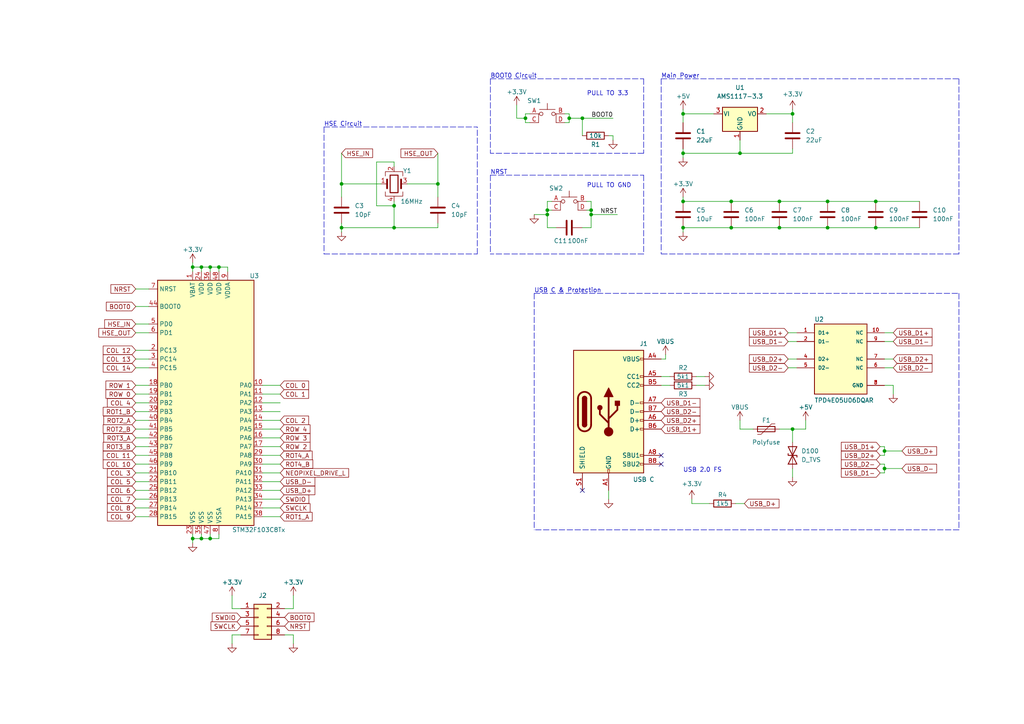
<source format=kicad_sch>
(kicad_sch (version 20211123) (generator eeschema)
  (paper "A4")
  (title_block (date "2022-07-16"))
  (junction (at 429.26 109.22))
  (junction (at 158.75 62.23))
  (junction (at 256.54 135.89))
  (junction (at 551.18 48.26))
  (junction (at 521.97 0))
  (junction (at 388.62 139.7))
  (junction (at 312.42 86.36))
  (junction (at 373.38 86.36))
  (junction (at 571.5 170.18))
  (junction (at 212.09 66.04))
  (junction (at 571.5 48.26))
  (junction (at 345.44 -21.59))
  (junction (at 495.3 86.36))
  (junction (at 510.54 78.74))
  (junction (at 596.9 50.8))
  (junction (at 438.15 -34.29))
  (junction (at 312.42 55.88))
  (junction (at 240.03 58.42))
  (junction (at 612.14 71.12))
  (junction (at 612.14 40.64))
  (junction (at 571.5 78.74))
  (junction (at 576.58 116.84))
  (junction (at 515.62 55.88))
  (junction (at 434.34 25.4))
  (junction (at 214.63 44.45))
  (junction (at 612.14 132.08))
  (junction (at 515.62 116.84))
  (junction (at 566.42 -11.43))
  (junction (at 63.5 77.47))
  (junction (at 566.42 -22.86))
  (junction (at 612.14 170.18))
  (junction (at 168.91 34.29))
  (junction (at 454.66 86.36))
  (junction (at 449.58 109.22))
  (junction (at 347.98 48.26))
  (junction (at 368.3 78.74))
  (junction (at 515.62 25.4))
  (junction (at 591.82 139.7))
  (junction (at 99.06 66.04))
  (junction (at 510.54 48.26))
  (junction (at 495.3 25.4))
  (junction (at 229.87 124.46))
  (junction (at 490.22 139.7))
  (junction (at 612.14 101.6))
  (junction (at 596.9 20.32))
  (junction (at 353.06 25.4))
  (junction (at 596.9 25.4))
  (junction (at 353.06 116.84))
  (junction (at 535.94 25.4))
  (junction (at 388.62 109.22))
  (junction (at 408.94 109.22))
  (junction (at 521.97 -11.43))
  (junction (at 632.46 -11.43))
  (junction (at 332.74 86.36))
  (junction (at 312.42 25.4))
  (junction (at 212.09 58.42))
  (junction (at 551.18 78.74))
  (junction (at 165.1 34.29))
  (junction (at 429.26 48.26))
  (junction (at 596.9 111.76))
  (junction (at 449.58 78.74))
  (junction (at 345.44 -33.02))
  (junction (at 434.34 116.84))
  (junction (at 556.26 25.4))
  (junction (at 332.74 25.4))
  (junction (at 347.98 170.18))
  (junction (at 495.3 116.84))
  (junction (at 408.94 48.26))
  (junction (at 347.98 78.74))
  (junction (at 551.18 170.18))
  (junction (at 609.6 -22.86))
  (junction (at 171.45 60.96))
  (junction (at 535.94 55.88))
  (junction (at 60.96 77.47))
  (junction (at 353.06 86.36))
  (junction (at 490.22 109.22))
  (junction (at 591.82 170.18))
  (junction (at 368.3 48.26))
  (junction (at 510.54 170.18))
  (junction (at 419.1 -44.45))
  (junction (at 373.38 25.4))
  (junction (at 360.68 -21.59))
  (junction (at 588.01 0))
  (junction (at 368.3 109.22))
  (junction (at 632.46 -22.86))
  (junction (at 588.01 -22.86))
  (junction (at 556.26 116.84))
  (junction (at 469.9 48.26))
  (junction (at 422.91 -1.27))
  (junction (at 419.1 -34.29))
  (junction (at 393.7 25.4))
  (junction (at 596.9 81.28))
  (junction (at 551.18 109.22))
  (junction (at 490.22 78.74))
  (junction (at 588.01 -11.43))
  (junction (at 510.54 139.7))
  (junction (at 591.82 78.74))
  (junction (at 414.02 55.88))
  (junction (at 632.46 0))
  (junction (at 530.86 109.22))
  (junction (at 393.7 86.36))
  (junction (at 388.62 78.74))
  (junction (at 449.58 48.26))
  (junction (at 58.42 77.47))
  (junction (at 654.05 -11.43))
  (junction (at 332.74 55.88))
  (junction (at 591.82 48.26))
  (junction (at 449.58 139.7))
  (junction (at 469.9 139.7))
  (junction (at 515.62 86.36))
  (junction (at 373.38 55.88))
  (junction (at 612.14 109.22))
  (junction (at 158.75 60.96))
  (junction (at 544.83 -11.43))
  (junction (at 500.38 0))
  (junction (at 240.03 66.04))
  (junction (at 544.83 -22.86))
  (junction (at 612.14 78.74))
  (junction (at 198.12 58.42))
  (junction (at 441.96 -1.27))
  (junction (at 612.14 139.7))
  (junction (at 596.9 55.88))
  (junction (at 114.3 59.69))
  (junction (at 353.06 55.88))
  (junction (at 596.9 116.84))
  (junction (at 576.58 55.88))
  (junction (at 500.38 -11.43))
  (junction (at 530.86 78.74))
  (junction (at 535.94 116.84))
  (junction (at 256.54 130.81))
  (junction (at 438.15 -44.45))
  (junction (at 500.38 -22.86))
  (junction (at 254 58.42))
  (junction (at 575.31 86.36))
  (junction (at 609.6 0))
  (junction (at 414.02 25.4))
  (junction (at 368.3 170.18))
  (junction (at 556.26 55.88))
  (junction (at 198.12 66.04))
  (junction (at 521.97 -22.86))
  (junction (at 510.54 109.22))
  (junction (at 454.66 55.88))
  (junction (at 414.02 86.36))
  (junction (at 596.9 86.36))
  (junction (at 530.86 139.7))
  (junction (at 566.42 0))
  (junction (at 590.55 109.22))
  (junction (at 114.3 66.04))
  (junction (at 490.22 48.26))
  (junction (at 449.58 170.18))
  (junction (at 495.3 55.88))
  (junction (at 474.98 55.88))
  (junction (at 393.7 55.88))
  (junction (at 454.66 25.4))
  (junction (at 254 66.04))
  (junction (at 609.6 -11.43))
  (junction (at 226.06 66.04))
  (junction (at 551.18 139.7))
  (junction (at 441.96 -19.05))
  (junction (at 429.26 78.74))
  (junction (at 571.5 139.7))
  (junction (at 388.62 48.26))
  (junction (at 408.94 139.7))
  (junction (at 469.9 78.74))
  (junction (at 612.14 48.26))
  (junction (at 474.98 25.4))
  (junction (at 198.12 44.45))
  (junction (at 544.83 0))
  (junction (at 152.4 34.29))
  (junction (at 368.3 139.7))
  (junction (at 429.26 139.7))
  (junction (at 469.9 109.22))
  (junction (at 576.58 25.4))
  (junction (at 99.06 53.34))
  (junction (at 474.98 86.36))
  (junction (at 198.12 33.02))
  (junction (at 60.96 156.21))
  (junction (at 226.06 58.42))
  (junction (at 408.94 78.74))
  (junction (at 127 53.34))
  (junction (at 171.45 62.23))
  (junction (at 55.88 156.21))
  (junction (at 434.34 55.88))
  (junction (at 347.98 109.22))
  (junction (at 55.88 77.47))
  (junction (at 229.87 33.02))
  (junction (at 530.86 170.18))
  (junction (at 535.94 86.36))
  (junction (at 422.91 -19.05))
  (junction (at 58.42 156.21))
  (junction (at 434.34 86.36))
  (junction (at 530.86 48.26))
  (junction (at 312.42 116.84))
  (no_connect (at 191.77 134.62))
  (no_connect (at 191.77 132.08))
  (no_connect (at 468.63 -10.16))
  (no_connect (at 168.91 142.24))
  (wire (pts (xy 591.82 78.74) (xy 612.14 78.74)))
  (wire (pts (xy 256.54 130.81) (xy 256.54 132.08)))
  (wire (pts (xy 596.9 25.4) (xy 596.9 50.8)))
  (wire (pts (xy 360.68 -34.29) (xy 360.68 -31.75)))
  (wire (pts (xy 198.12 66.04) (xy 198.12 67.31)))
  (wire (pts (xy 422.91 -1.27) (xy 441.96 -1.27)))
  (wire (pts (xy 429.26 48.26) (xy 449.58 48.26)))
  (wire (pts (xy 179.07 62.23) (xy 171.45 62.23)))
  (wire (pts (xy 596.9 111.76) (xy 621.03 111.76)))
  (wire (pts (xy 63.5 77.47) (xy 63.5 78.74)))
  (wire (pts (xy 429.26 78.74) (xy 449.58 78.74)))
  (wire (pts (xy 158.75 60.96) (xy 158.75 62.23)))
  (wire (pts (xy 358.14 -21.59) (xy 360.68 -21.59)))
  (wire (pts (xy 55.88 77.47) (xy 58.42 77.47)))
  (wire (pts (xy 571.5 48.26) (xy 591.82 48.26)))
  (wire (pts (xy 39.37 119.38) (xy 43.18 119.38)))
  (wire (pts (xy 165.1 35.56) (xy 163.83 35.56)))
  (wire (pts (xy 327.66 139.7) (xy 368.3 139.7)))
  (wire (pts (xy 495.3 116.84) (xy 495.3 147.32)))
  (wire (pts (xy 621.03 25.4) (xy 622.3 25.4)))
  (wire (pts (xy 39.37 88.9) (xy 43.18 88.9)))
  (wire (pts (xy 621.03 111.76) (xy 621.03 116.84)))
  (wire (pts (xy 576.58 114.3) (xy 575.31 114.3)))
  (wire (pts (xy 55.88 156.21) (xy 55.88 157.48)))
  (wire (pts (xy 168.91 34.29) (xy 177.8 34.29)))
  (wire (pts (xy 368.3 109.22) (xy 388.62 109.22)))
  (wire (pts (xy 495.3 -11.43) (xy 500.38 -11.43)))
  (polyline (pts (xy 483.87 6.35) (xy 661.67 6.35)))
  (wire (pts (xy 347.98 109.22) (xy 368.3 109.22)))
  (wire (pts (xy 419.1 -44.45) (xy 438.15 -44.45)))
  (wire (pts (xy 515.62 25.4) (xy 515.62 55.88)))
  (wire (pts (xy 515.62 55.88) (xy 515.62 86.36)))
  (wire (pts (xy 457.2 -34.29) (xy 457.2 -35.56)))
  (wire (pts (xy 198.12 58.42) (xy 212.09 58.42)))
  (wire (pts (xy 312.42 15.24) (xy 312.42 25.4)))
  (polyline (pts (xy 414.02 -52.07) (xy 414.02 -29.21)))
  (wire (pts (xy 609.6 -22.86) (xy 609.6 -21.59)))
  (wire (pts (xy 530.86 139.7) (xy 510.54 139.7)))
  (wire (pts (xy 495.3 15.24) (xy 495.3 25.4)))
  (wire (pts (xy 254 58.42) (xy 266.7 58.42)))
  (wire (pts (xy 327.66 48.26) (xy 347.98 48.26)))
  (wire (pts (xy 168.91 34.29) (xy 168.91 39.37)))
  (wire (pts (xy 510.54 139.7) (xy 490.22 139.7)))
  (wire (pts (xy 191.77 104.14) (xy 193.04 104.14)))
  (wire (pts (xy 576.58 15.24) (xy 576.58 25.4)))
  (wire (pts (xy 214.63 121.92) (xy 214.63 124.46)))
  (wire (pts (xy 510.54 48.26) (xy 530.86 48.26)))
  (wire (pts (xy 259.08 99.06) (xy 256.54 99.06)))
  (wire (pts (xy 160.02 58.42) (xy 158.75 58.42)))
  (wire (pts (xy 327.66 109.22) (xy 347.98 109.22)))
  (wire (pts (xy 515.62 116.84) (xy 515.62 147.32)))
  (wire (pts (xy 177.8 39.37) (xy 176.53 39.37)))
  (wire (pts (xy 109.22 46.99) (xy 109.22 59.69)))
  (wire (pts (xy 347.98 170.18) (xy 368.3 170.18)))
  (wire (pts (xy 530.86 170.18) (xy 551.18 170.18)))
  (wire (pts (xy 204.47 111.76) (xy 201.93 111.76)))
  (wire (pts (xy 39.37 144.78) (xy 43.18 144.78)))
  (wire (pts (xy 39.37 106.68) (xy 43.18 106.68)))
  (polyline (pts (xy 661.67 6.35) (xy 661.67 -31.75)))
  (polyline (pts (xy 480.06 6.35) (xy 480.06 -55.88)))
  (wire (pts (xy 648.97 -11.43) (xy 654.05 -11.43)))
  (wire (pts (xy 256.54 106.68) (xy 259.08 106.68)))
  (wire (pts (xy 76.2 127) (xy 81.28 127)))
  (wire (pts (xy 495.3 86.36) (xy 495.3 116.84)))
  (wire (pts (xy 240.03 66.04) (xy 254 66.04)))
  (wire (pts (xy 596.9 111.76) (xy 596.9 116.84)))
  (wire (pts (xy 393.7 55.88) (xy 393.7 86.36)))
  (wire (pts (xy 233.68 124.46) (xy 233.68 121.92)))
  (wire (pts (xy 454.66 25.4) (xy 454.66 55.88)))
  (wire (pts (xy 327.66 78.74) (xy 347.98 78.74)))
  (wire (pts (xy 474.98 15.24) (xy 474.98 25.4)))
  (wire (pts (xy 441.96 -1.27) (xy 441.96 -2.54)))
  (wire (pts (xy 490.22 48.26) (xy 510.54 48.26)))
  (wire (pts (xy 500.38 -13.97) (xy 500.38 -11.43)))
  (wire (pts (xy 212.09 58.42) (xy 226.06 58.42)))
  (wire (pts (xy 576.58 25.4) (xy 576.58 55.88)))
  (polyline (pts (xy 278.13 85.09) (xy 278.13 153.67)))
  (wire (pts (xy 226.06 124.46) (xy 229.87 124.46)))
  (wire (pts (xy 353.06 86.36) (xy 353.06 116.84)))
  (wire (pts (xy 360.68 -21.59) (xy 364.49 -21.59)))
  (wire (pts (xy 612.14 139.7) (xy 591.82 139.7)))
  (wire (pts (xy 200.66 144.78) (xy 200.66 146.05)))
  (wire (pts (xy 495.3 25.4) (xy 495.3 55.88)))
  (polyline (pts (xy 154.94 85.09) (xy 154.94 153.67)))
  (wire (pts (xy 55.88 76.2) (xy 55.88 77.47)))
  (wire (pts (xy 535.94 25.4) (xy 535.94 55.88)))
  (wire (pts (xy 490.22 78.74) (xy 510.54 78.74)))
  (wire (pts (xy 654.05 0) (xy 654.05 -1.27)))
  (polyline (pts (xy 138.43 73.66) (xy 138.43 36.83)))
  (wire (pts (xy 556.26 55.88) (xy 556.26 116.84)))
  (wire (pts (xy 535.94 15.24) (xy 535.94 25.4)))
  (wire (pts (xy 449.58 48.26) (xy 469.9 48.26)))
  (wire (pts (xy 170.18 60.96) (xy 171.45 60.96)))
  (wire (pts (xy 461.01 -19.05) (xy 461.01 -17.78)))
  (wire (pts (xy 259.08 111.76) (xy 256.54 111.76)))
  (wire (pts (xy 612.14 139.7) (xy 650.24 139.7)))
  (wire (pts (xy 99.06 66.04) (xy 114.3 66.04)))
  (wire (pts (xy 500.38 -22.86) (xy 521.97 -22.86)))
  (wire (pts (xy 500.38 -1.27) (xy 500.38 0)))
  (wire (pts (xy 39.37 83.82) (xy 43.18 83.82)))
  (wire (pts (xy 240.03 58.42) (xy 254 58.42)))
  (wire (pts (xy 510.54 170.18) (xy 530.86 170.18)))
  (wire (pts (xy 353.06 116.84) (xy 353.06 147.32)))
  (wire (pts (xy 332.74 86.36) (xy 332.74 147.32)))
  (polyline (pts (xy 387.35 -15.24) (xy 387.35 -40.64)))
  (wire (pts (xy 521.97 -1.27) (xy 521.97 0)))
  (wire (pts (xy 596.9 86.36) (xy 596.9 111.76)))
  (wire (pts (xy 408.94 48.26) (xy 429.26 48.26)))
  (wire (pts (xy 81.28 137.16) (xy 76.2 137.16)))
  (wire (pts (xy 449.58 -10.16) (xy 453.39 -10.16)))
  (wire (pts (xy 582.93 -11.43) (xy 588.01 -11.43)))
  (wire (pts (xy 388.62 78.74) (xy 408.94 78.74)))
  (wire (pts (xy 612.14 132.08) (xy 627.38 132.08)))
  (wire (pts (xy 109.22 59.69) (xy 114.3 59.69)))
  (wire (pts (xy 228.6 96.52) (xy 231.14 96.52)))
  (wire (pts (xy 566.42 0) (xy 588.01 0)))
  (wire (pts (xy 576.58 55.88) (xy 576.58 68.58)))
  (wire (pts (xy 422.91 -21.59) (xy 422.91 -19.05)))
  (wire (pts (xy 556.26 116.84) (xy 556.26 147.32)))
  (polyline (pts (xy 278.13 73.66) (xy 191.77 73.66)))
  (wire (pts (xy 596.9 50.8) (xy 621.03 50.8)))
  (wire (pts (xy 158.75 66.04) (xy 161.29 66.04)))
  (wire (pts (xy 39.37 93.98) (xy 43.18 93.98)))
  (wire (pts (xy 332.74 25.4) (xy 332.74 55.88)))
  (wire (pts (xy 612.14 109.22) (xy 650.24 109.22)))
  (wire (pts (xy 449.58 109.22) (xy 469.9 109.22)))
  (wire (pts (xy 81.28 129.54) (xy 76.2 129.54)))
  (wire (pts (xy 114.3 46.99) (xy 109.22 46.99)))
  (wire (pts (xy 422.91 -2.54) (xy 422.91 -1.27)))
  (wire (pts (xy 158.75 58.42) (xy 158.75 60.96)))
  (polyline (pts (xy 313.69 6.35) (xy 480.06 6.35)))
  (wire (pts (xy 412.75 -10.16) (xy 415.29 -10.16)))
  (wire (pts (xy 198.12 35.56) (xy 198.12 33.02)))
  (wire (pts (xy 99.06 53.34) (xy 110.49 53.34)))
  (wire (pts (xy 544.83 -1.27) (xy 544.83 0)))
  (wire (pts (xy 434.34 86.36) (xy 434.34 116.84)))
  (wire (pts (xy 551.18 109.22) (xy 590.55 109.22)))
  (polyline (pts (xy 414.02 -52.07) (xy 468.63 -52.07)))
  (wire (pts (xy 414.02 15.24) (xy 414.02 25.4)))
  (wire (pts (xy 621.03 20.32) (xy 621.03 25.4)))
  (wire (pts (xy 76.2 116.84) (xy 81.28 116.84)))
  (polyline (pts (xy 309.88 12.7) (xy 661.67 12.7)))
  (wire (pts (xy 39.37 101.6) (xy 43.18 101.6)))
  (wire (pts (xy 229.87 44.45) (xy 229.87 43.18)))
  (wire (pts (xy 588.01 -1.27) (xy 588.01 0)))
  (wire (pts (xy 571.5 139.7) (xy 551.18 139.7)))
  (wire (pts (xy 516.89 -11.43) (xy 521.97 -11.43)))
  (wire (pts (xy 393.7 15.24) (xy 393.7 25.4)))
  (wire (pts (xy 591.82 139.7) (xy 571.5 139.7)))
  (wire (pts (xy 58.42 77.47) (xy 58.42 78.74)))
  (wire (pts (xy 544.83 -13.97) (xy 544.83 -11.43)))
  (polyline (pts (xy 191.77 22.86) (xy 191.77 73.66)))
  (wire (pts (xy 500.38 0) (xy 521.97 0)))
  (wire (pts (xy 434.34 116.84) (xy 434.34 147.32)))
  (wire (pts (xy 430.53 -10.16) (xy 434.34 -10.16)))
  (wire (pts (xy 353.06 15.24) (xy 353.06 25.4)))
  (wire (pts (xy 149.86 30.48) (xy 149.86 34.29)))
  (wire (pts (xy 604.52 -11.43) (xy 609.6 -11.43)))
  (wire (pts (xy 621.03 116.84) (xy 622.3 116.84)))
  (wire (pts (xy 393.7 86.36) (xy 393.7 116.84)))
  (wire (pts (xy 229.87 35.56) (xy 229.87 33.02)))
  (wire (pts (xy 81.28 142.24) (xy 76.2 142.24)))
  (wire (pts (xy 588.01 -13.97) (xy 588.01 -11.43)))
  (polyline (pts (xy 186.69 50.8) (xy 186.69 73.66)))
  (wire (pts (xy 612.14 170.18) (xy 650.24 170.18)))
  (wire (pts (xy 39.37 137.16) (xy 43.18 137.16)))
  (wire (pts (xy 345.44 -24.13) (xy 345.44 -21.59)))
  (wire (pts (xy 566.42 -1.27) (xy 566.42 0)))
  (wire (pts (xy 67.31 176.53) (xy 69.85 176.53)))
  (wire (pts (xy 414.02 55.88) (xy 414.02 86.36)))
  (wire (pts (xy 500.38 -22.86) (xy 500.38 -21.59)))
  (wire (pts (xy 127 66.04) (xy 127 64.77)))
  (polyline (pts (xy 661.67 175.26) (xy 302.26 175.26)))
  (wire (pts (xy 414.02 86.36) (xy 414.02 116.84)))
  (polyline (pts (xy 154.94 85.09) (xy 278.13 85.09)))
  (wire (pts (xy 67.31 172.72) (xy 67.31 176.53)))
  (polyline (pts (xy 93.98 36.83) (xy 93.98 73.66)))
  (wire (pts (xy 551.18 78.74) (xy 571.5 78.74)))
  (polyline (pts (xy 661.67 12.7) (xy 661.67 175.26)))
  (wire (pts (xy 441.96 -1.27) (xy 461.01 -1.27)))
  (wire (pts (xy 429.26 139.7) (xy 408.94 139.7)))
  (wire (pts (xy 198.12 33.02) (xy 207.01 33.02)))
  (wire (pts (xy 422.91 -1.27) (xy 422.91 1.27)))
  (wire (pts (xy 521.97 -22.86) (xy 521.97 -21.59)))
  (wire (pts (xy 165.1 34.29) (xy 165.1 35.56)))
  (wire (pts (xy 63.5 154.94) (xy 63.5 156.21)))
  (wire (pts (xy 85.09 176.53) (xy 82.55 176.53)))
  (wire (pts (xy 255.27 134.62) (xy 256.54 134.62)))
  (wire (pts (xy 544.83 -11.43) (xy 544.83 -8.89)))
  (wire (pts (xy 551.18 170.18) (xy 571.5 170.18)))
  (wire (pts (xy 632.46 -1.27) (xy 632.46 0)))
  (wire (pts (xy 654.05 -11.43) (xy 654.05 -8.89)))
  (wire (pts (xy 419.1 -34.29) (xy 419.1 -33.02)))
  (wire (pts (xy 632.46 -22.86) (xy 632.46 -21.59)))
  (wire (pts (xy 566.42 -11.43) (xy 566.42 -8.89)))
  (wire (pts (xy 441.96 -19.05) (xy 461.01 -19.05)))
  (wire (pts (xy 81.28 114.3) (xy 76.2 114.3)))
  (wire (pts (xy 419.1 -44.45) (xy 419.1 -43.18)))
  (wire (pts (xy 609.6 0) (xy 632.46 0)))
  (wire (pts (xy 256.54 135.89) (xy 256.54 137.16)))
  (wire (pts (xy 152.4 35.56) (xy 153.67 35.56)))
  (wire (pts (xy 596.9 50.8) (xy 596.9 55.88)))
  (wire (pts (xy 551.18 139.7) (xy 530.86 139.7)))
  (wire (pts (xy 99.06 64.77) (xy 99.06 66.04)))
  (wire (pts (xy 81.28 144.78) (xy 76.2 144.78)))
  (wire (pts (xy 500.38 -24.13) (xy 500.38 -22.86)))
  (wire (pts (xy 229.87 33.02) (xy 222.25 33.02)))
  (wire (pts (xy 368.3 48.26) (xy 388.62 48.26)))
  (wire (pts (xy 332.74 55.88) (xy 332.74 86.36)))
  (wire (pts (xy 612.14 71.12) (xy 627.38 71.12)))
  (wire (pts (xy 353.06 55.88) (xy 353.06 86.36)))
  (wire (pts (xy 60.96 77.47) (xy 60.96 78.74)))
  (wire (pts (xy 67.31 184.15) (xy 69.85 184.15)))
  (polyline (pts (xy 483.87 -31.75) (xy 661.67 -31.75)))
  (wire (pts (xy 461.01 -1.27) (xy 461.01 -2.54)))
  (wire (pts (xy 58.42 154.94) (xy 58.42 156.21)))
  (wire (pts (xy 228.6 104.14) (xy 231.14 104.14)))
  (wire (pts (xy 152.4 33.02) (xy 152.4 34.29)))
  (wire (pts (xy 654.05 -13.97) (xy 654.05 -11.43)))
  (polyline (pts (xy 313.69 -55.88) (xy 480.06 -55.88)))
  (wire (pts (xy 198.12 66.04) (xy 212.09 66.04)))
  (wire (pts (xy 254 66.04) (xy 266.7 66.04)))
  (wire (pts (xy 408.94 78.74) (xy 429.26 78.74)))
  (wire (pts (xy 194.31 111.76) (xy 191.77 111.76)))
  (wire (pts (xy 510.54 109.22) (xy 530.86 109.22)))
  (wire (pts (xy 114.3 66.04) (xy 127 66.04)))
  (wire (pts (xy 490.22 139.7) (xy 469.9 139.7)))
  (wire (pts (xy 449.58 170.18) (xy 510.54 170.18)))
  (wire (pts (xy 39.37 116.84) (xy 43.18 116.84)))
  (wire (pts (xy 510.54 78.74) (xy 530.86 78.74)))
  (wire (pts (xy 81.28 139.7) (xy 76.2 139.7)))
  (wire (pts (xy 345.44 -34.29) (xy 345.44 -33.02)))
  (wire (pts (xy 571.5 170.18) (xy 591.82 170.18)))
  (wire (pts (xy 256.54 130.81) (xy 261.62 130.81)))
  (wire (pts (xy 198.12 44.45) (xy 214.63 44.45)))
  (wire (pts (xy 163.83 33.02) (xy 165.1 33.02)))
  (wire (pts (xy 60.96 77.47) (xy 63.5 77.47)))
  (wire (pts (xy 438.15 -44.45) (xy 457.2 -44.45)))
  (wire (pts (xy 39.37 142.24) (xy 43.18 142.24)))
  (wire (pts (xy 596.9 20.32) (xy 621.03 20.32)))
  (polyline (pts (xy 483.87 -31.75) (xy 483.87 6.35)))
  (wire (pts (xy 312.42 86.36) (xy 312.42 116.84)))
  (wire (pts (xy 204.47 109.22) (xy 201.93 109.22)))
  (wire (pts (xy 99.06 66.04) (xy 99.06 67.31)))
  (wire (pts (xy 576.58 116.84) (xy 576.58 114.3)))
  (wire (pts (xy 347.98 48.26) (xy 368.3 48.26)))
  (wire (pts (xy 575.31 68.58) (xy 576.58 68.58)))
  (wire (pts (xy 590.55 109.22) (xy 612.14 109.22)))
  (wire (pts (xy 588.01 -11.43) (xy 588.01 -8.89)))
  (wire (pts (xy 60.96 154.94) (xy 60.96 156.21)))
  (wire (pts (xy 621.03 86.36) (xy 622.3 86.36)))
  (polyline (pts (xy 186.69 22.86) (xy 186.69 44.45)))
  (wire (pts (xy 171.45 66.04) (xy 168.91 66.04)))
  (wire (pts (xy 63.5 77.47) (xy 66.04 77.47)))
  (wire (pts (xy 360.68 -24.13) (xy 360.68 -21.59)))
  (wire (pts (xy 469.9 48.26) (xy 490.22 48.26)))
  (wire (pts (xy 434.34 55.88) (xy 434.34 86.36)))
  (wire (pts (xy 544.83 0) (xy 566.42 0)))
  (wire (pts (xy 259.08 104.14) (xy 256.54 104.14)))
  (wire (pts (xy 495.3 55.88) (xy 495.3 86.36)))
  (wire (pts (xy 521.97 -22.86) (xy 544.83 -22.86)))
  (wire (pts (xy 58.42 77.47) (xy 60.96 77.47)))
  (wire (pts (xy 312.42 116.84) (xy 312.42 147.32)))
  (wire (pts (xy 596.9 15.24) (xy 596.9 20.32)))
  (wire (pts (xy 575.31 86.36) (xy 575.31 68.58)))
  (wire (pts (xy 81.28 134.62) (xy 76.2 134.62)))
  (wire (pts (xy 571.5 78.74) (xy 591.82 78.74)))
  (wire (pts (xy 212.09 66.04) (xy 226.06 66.04)))
  (wire (pts (xy 388.62 109.22) (xy 408.94 109.22)))
  (wire (pts (xy 521.97 0) (xy 544.83 0)))
  (wire (pts (xy 229.87 124.46) (xy 229.87 128.27)))
  (wire (pts (xy 85.09 172.72) (xy 85.09 176.53)))
  (wire (pts (xy 422.91 -19.05) (xy 441.96 -19.05)))
  (wire (pts (xy 63.5 156.21) (xy 60.96 156.21)))
  (wire (pts (xy 474.98 55.88) (xy 474.98 86.36)))
  (wire (pts (xy 114.3 59.69) (xy 114.3 58.42)))
  (wire (pts (xy 198.12 57.15) (xy 198.12 58.42)))
  (wire (pts (xy 345.44 -21.59) (xy 347.98 -21.59)))
  (polyline (pts (xy 186.69 44.45) (xy 142.24 44.45)))
  (wire (pts (xy 39.37 121.92) (xy 43.18 121.92)))
  (wire (pts (xy 596.9 81.28) (xy 621.03 81.28)))
  (wire (pts (xy 76.2 121.92) (xy 81.28 121.92)))
  (wire (pts (xy 76.2 119.38) (xy 81.28 119.38)))
  (wire (pts (xy 152.4 34.29) (xy 152.4 35.56)))
  (wire (pts (xy 609.6 -13.97) (xy 609.6 -11.43)))
  (wire (pts (xy 228.6 99.06) (xy 231.14 99.06)))
  (wire (pts (xy 393.7 25.4) (xy 393.7 55.88)))
  (wire (pts (xy 609.6 -22.86) (xy 632.46 -22.86)))
  (wire (pts (xy 177.8 40.64) (xy 177.8 39.37)))
  (wire (pts (xy 55.88 154.94) (xy 55.88 156.21)))
  (wire (pts (xy 642.62 116.84) (xy 643.89 116.84)))
  (wire (pts (xy 353.06 -33.02) (xy 345.44 -33.02)))
  (wire (pts (xy 368.3 170.18) (xy 449.58 170.18)))
  (wire (pts (xy 229.87 135.89) (xy 229.87 138.43)))
  (wire (pts (xy 194.31 109.22) (xy 191.77 109.22)))
  (wire (pts (xy 81.28 132.08) (xy 76.2 132.08)))
  (polyline (pts (xy 313.69 -55.88) (xy 313.69 6.35)))
  (wire (pts (xy 118.11 53.34) (xy 127 53.34)))
  (wire (pts (xy 469.9 109.22) (xy 490.22 109.22)))
  (wire (pts (xy 256.54 129.54) (xy 256.54 130.81)))
  (wire (pts (xy 576.58 147.32) (xy 576.58 116.84)))
  (wire (pts (xy 81.28 147.32) (xy 76.2 147.32)))
  (wire (pts (xy 612.14 78.74) (xy 650.24 78.74)))
  (wire (pts (xy 39.37 104.14) (xy 43.18 104.14)))
  (polyline (pts (xy 302.26 17.78) (xy 302.26 12.7)))
  (wire (pts (xy 632.46 -13.97) (xy 632.46 -11.43)))
  (wire (pts (xy 596.9 81.28) (xy 596.9 86.36)))
  (wire (pts (xy 170.18 58.42) (xy 171.45 58.42)))
  (wire (pts (xy 127 53.34) (xy 127 57.15)))
  (wire (pts (xy 373.38 15.24) (xy 373.38 25.4)))
  (wire (pts (xy 515.62 86.36) (xy 515.62 116.84)))
  (wire (pts (xy 596.9 116.84) (xy 596.9 147.32)))
  (wire (pts (xy 198.12 31.75) (xy 198.12 33.02)))
  (wire (pts (xy 632.46 -11.43) (xy 632.46 -8.89)))
  (wire (pts (xy 588.01 -22.86) (xy 588.01 -21.59)))
  (wire (pts (xy 345.44 -33.02) (xy 345.44 -31.75)))
  (wire (pts (xy 454.66 86.36) (xy 454.66 116.84)))
  (wire (pts (xy 588.01 -22.86) (xy 609.6 -22.86)))
  (wire (pts (xy 521.97 -13.97) (xy 521.97 -11.43)))
  (wire (pts (xy 368.3 78.74) (xy 388.62 78.74)))
  (wire (pts (xy 176.53 142.24) (xy 176.53 144.78)))
  (wire (pts (xy 588.01 0) (xy 609.6 0)))
  (wire (pts (xy 160.02 60.96) (xy 158.75 60.96)))
  (wire (pts (xy 566.42 -22.86) (xy 566.42 -21.59)))
  (wire (pts (xy 388.62 48.26) (xy 408.94 48.26)))
  (wire (pts (xy 229.87 124.46) (xy 233.68 124.46)))
  (wire (pts (xy 39.37 111.76) (xy 43.18 111.76)))
  (wire (pts (xy 408.94 109.22) (xy 429.26 109.22)))
  (wire (pts (xy 561.34 -11.43) (xy 566.42 -11.43)))
  (wire (pts (xy 114.3 48.26) (xy 114.3 46.99)))
  (wire (pts (xy 85.09 186.69) (xy 85.09 184.15)))
  (wire (pts (xy 256.54 96.52) (xy 259.08 96.52)))
  (wire (pts (xy 434.34 15.24) (xy 434.34 25.4)))
  (wire (pts (xy 490.22 109.22) (xy 510.54 109.22)))
  (wire (pts (xy 67.31 186.69) (xy 67.31 184.15)))
  (wire (pts (xy 312.42 55.88) (xy 312.42 86.36)))
  (wire (pts (xy 408.94 139.7) (xy 388.62 139.7)))
  (wire (pts (xy 256.54 134.62) (xy 256.54 135.89)))
  (wire (pts (xy 259.08 114.3) (xy 259.08 111.76)))
  (wire (pts (xy 544.83 -22.86) (xy 544.83 -21.59)))
  (polyline (pts (xy 468.63 -29.21) (xy 414.02 -29.21)))
  (polyline (pts (xy 318.77 -15.24) (xy 387.35 -15.24)))
  (wire (pts (xy 76.2 124.46) (xy 81.28 124.46)))
  (wire (pts (xy 419.1 -45.72) (xy 419.1 -44.45)))
  (polyline (pts (xy 186.69 73.66) (xy 142.24 73.66)))
  (wire (pts (xy 229.87 31.75) (xy 229.87 33.02)))
  (wire (pts (xy 621.03 55.88) (xy 622.3 55.88)))
  (wire (pts (xy 591.82 48.26) (xy 612.14 48.26)))
  (wire (pts (xy 530.86 109.22) (xy 551.18 109.22)))
  (wire (pts (xy 99.06 44.45) (xy 99.06 53.34)))
  (wire (pts (xy 55.88 78.74) (xy 55.88 77.47)))
  (wire (pts (xy 609.6 -1.27) (xy 609.6 0)))
  (wire (pts (xy 566.42 -22.86) (xy 588.01 -22.86)))
  (wire (pts (xy 530.86 78.74) (xy 551.18 78.74)))
  (wire (pts (xy 214.63 40.64) (xy 214.63 44.45)))
  (polyline (pts (xy 318.77 -40.64) (xy 318.77 -15.24)))
  (wire (pts (xy 434.34 25.4) (xy 434.34 55.88)))
  (wire (pts (xy 612.14 40.64) (xy 627.38 40.64)))
  (polyline (pts (xy 142.24 50.8) (xy 142.24 73.66)))
  (wire (pts (xy 530.86 48.26) (xy 551.18 48.26)))
  (wire (pts (xy 449.58 78.74) (xy 469.9 78.74)))
  (wire (pts (xy 226.06 58.42) (xy 240.03 58.42)))
  (wire (pts (xy 193.04 102.87) (xy 193.04 104.14)))
  (wire (pts (xy 158.75 62.23) (xy 154.94 62.23)))
  (wire (pts (xy 171.45 60.96) (xy 171.45 62.23)))
  (wire (pts (xy 353.06 -29.21) (xy 353.06 -33.02)))
  (wire (pts (xy 621.03 81.28) (xy 621.03 86.36)))
  (wire (pts (xy 438.15 -35.56) (xy 438.15 -34.29)))
  (wire (pts (xy 228.6 106.68) (xy 231.14 106.68)))
  (wire (pts (xy 327.66 170.18) (xy 347.98 170.18)))
  (wire (pts (xy 642.62 86.36) (xy 643.89 86.36)))
  (wire (pts (xy 39.37 96.52) (xy 43.18 96.52)))
  (polyline (pts (xy 93.98 73.66) (xy 138.43 73.66)))
  (wire (pts (xy 353.06 25.4) (xy 353.06 55.88)))
  (wire (pts (xy 414.02 25.4) (xy 414.02 55.88)))
  (wire (pts (xy 469.9 139.7) (xy 449.58 139.7)))
  (wire (pts (xy 438.15 -44.45) (xy 438.15 -43.18)))
  (wire (pts (xy 429.26 109.22) (xy 449.58 109.22)))
  (wire (pts (xy 85.09 184.15) (xy 82.55 184.15)))
  (wire (pts (xy 596.9 55.88) (xy 596.9 81.28)))
  (wire (pts (xy 500.38 -11.43) (xy 500.38 -8.89)))
  (wire (pts (xy 171.45 58.42) (xy 171.45 60.96)))
  (wire (pts (xy 198.12 44.45) (xy 198.12 45.72)))
  (wire (pts (xy 609.6 -11.43) (xy 609.6 -8.89)))
  (wire (pts (xy 457.2 -44.45) (xy 457.2 -43.18)))
  (wire (pts (xy 214.63 124.46) (xy 218.44 124.46)))
  (wire (pts (xy 612.14 48.26) (xy 650.24 48.26)))
  (wire (pts (xy 171.45 62.23) (xy 171.45 66.04)))
  (polyline (pts (xy 142.24 50.8) (xy 186.69 50.8)))
  (wire (pts (xy 575.31 114.3) (xy 575.31 86.36)))
  (wire (pts (xy 214.63 44.45) (xy 229.87 44.45)))
  (wire (pts (xy 521.97 -11.43) (xy 521.97 -8.89)))
  (wire (pts (xy 539.75 -11.43) (xy 544.83 -11.43)))
  (wire (pts (xy 632.46 0) (xy 654.05 0)))
  (wire (pts (xy 39.37 127) (xy 43.18 127)))
  (wire (pts (xy 158.75 62.23) (xy 158.75 66.04)))
  (wire (pts (xy 39.37 147.32) (xy 43.18 147.32)))
  (wire (pts (xy 632.46 -22.86) (xy 654.05 -22.86)))
  (wire (pts (xy 60.96 156.21) (xy 58.42 156.21)))
  (wire (pts (xy 621.03 50.8) (xy 621.03 55.88)))
  (polyline (pts (xy 142.24 22.86) (xy 186.69 22.86)))
  (wire (pts (xy 544.83 -22.86) (xy 566.42 -22.86)))
  (wire (pts (xy 39.37 124.46) (xy 43.18 124.46)))
  (wire (pts (xy 454.66 15.24) (xy 454.66 25.4)))
  (wire (pts (xy 500.38 0) (xy 500.38 1.27)))
  (wire (pts (xy 149.86 34.29) (xy 152.4 34.29)))
  (wire (pts (xy 256.54 135.89) (xy 261.62 135.89)))
  (wire (pts (xy 419.1 -34.29) (xy 438.15 -34.29)))
  (wire (pts (xy 39.37 134.62) (xy 43.18 134.62)))
  (wire (pts (xy 449.58 139.7) (xy 429.26 139.7)))
  (wire (pts (xy 165.1 34.29) (xy 168.91 34.29)))
  (wire (pts (xy 99.06 57.15) (xy 99.06 53.34)))
  (wire (pts (xy 388.62 139.7) (xy 368.3 139.7)))
  (wire (pts (xy 165.1 33.02) (xy 165.1 34.29)))
  (polyline (pts (xy 278.13 22.86) (xy 278.13 73.66)))
  (wire (pts (xy 332.74 15.24) (xy 332.74 25.4)))
  (polyline (pts (xy 318.77 -40.64) (xy 387.35 -40.64)))
  (wire (pts (xy 642.62 55.88) (xy 643.89 55.88)))
  (wire (pts (xy 535.94 55.88) (xy 535.94 86.36)))
  (wire (pts (xy 422.91 -19.05) (xy 422.91 -17.78)))
  (wire (pts (xy 566.42 -13.97) (xy 566.42 -11.43)))
  (wire (pts (xy 39.37 149.86) (xy 43.18 149.86)))
  (wire (pts (xy 312.42 25.4) (xy 312.42 55.88)))
  (wire (pts (xy 81.28 149.86) (xy 76.2 149.86)))
  (wire (pts (xy 469.9 78.74) (xy 490.22 78.74)))
  (polyline (pts (xy 191.77 22.86) (xy 278.13 22.86)))
  (wire (pts (xy 642.62 25.4) (xy 643.89 25.4)))
  (wire (pts (xy 441.96 -19.05) (xy 441.96 -17.78)))
  (wire (pts (xy 198.12 43.18) (xy 198.12 44.45)))
  (wire (pts (xy 114.3 59.69) (xy 114.3 66.04)))
  (wire (pts (xy 612.14 101.6) (xy 627.38 101.6)))
  (wire (pts (xy 58.42 156.21) (xy 55.88 156.21)))
  (polyline (pts (xy 302.26 175.26) (xy 302.26 17.78)))
  (wire (pts (xy 419.1 -35.56) (xy 419.1 -34.29)))
  (wire (pts (xy 373.38 86.36) (xy 373.38 116.84)))
  (polyline (pts (xy 302.26 12.7) (xy 309.88 12.7)))
  (wire (pts (xy 256.54 137.16) (xy 255.27 137.16)))
  (wire (pts (xy 535.94 86.36) (xy 535.94 116.84)))
  (wire (pts (xy 551.18 48.26) (xy 571.5 48.26)))
  (polyline (pts (xy 468.63 -52.07) (xy 468.63 -29.21)))
  (wire (pts (xy 200.66 146.05) (xy 205.74 146.05)))
  (wire (pts (xy 515.62 15.24) (xy 515.62 25.4)))
  (wire (pts (xy 454.66 55.88) (xy 454.66 86.36)))
  (wire (pts (xy 255.27 129.54) (xy 256.54 129.54)))
  (wire (pts (xy 66.04 77.47) (xy 66.04 78.74)))
  (wire (pts (xy 256.54 132.08) (xy 255.27 132.08)))
  (wire (pts (xy 39.37 129.54) (xy 43.18 129.54)))
  (wire (pts (xy 654.05 -22.86) (xy 654.05 -21.59)))
  (wire (pts (xy 373.38 55.88) (xy 373.38 86.36)))
  (wire (pts (xy 591.82 170.18) (xy 612.14 170.18)))
  (wire (pts (xy 153.67 33.02) (xy 152.4 33.02)))
  (wire (pts (xy 127 44.45) (xy 127 53.34)))
  (polyline (pts (xy 278.13 153.67) (xy 154.94 153.67)))
  (wire (pts (xy 39.37 114.3) (xy 43.18 114.3)))
  (wire (pts (xy 347.98 78.74) (xy 368.3 78.74)))
  (wire (pts (xy 627.38 -11.43) (xy 632.46 -11.43)))
  (wire (pts (xy 226.06 66.04) (xy 240.03 66.04)))
  (wire (pts (xy 39.37 139.7) (xy 43.18 139.7)))
  (wire (pts (xy 556.26 15.24) (xy 556.26 25.4)))
  (polyline (pts (xy 142.24 22.86) (xy 142.24 44.45)))
  (wire (pts (xy 341.63 -21.59) (xy 345.44 -21.59)))
  (polyline (pts (xy 93.98 36.83) (xy 138.43 36.83)))
  (wire (pts (xy 215.9 146.05) (xy 213.36 146.05)))
  (wire (pts (xy 535.94 116.84) (xy 535.94 147.32)))
  (wire (pts (xy 81.28 111.76) (xy 76.2 111.76)))
  (wire (pts (xy 373.38 25.4) (xy 373.38 55.88)))
  (wire (pts (xy 438.15 -34.29) (xy 457.2 -34.29)))
  (wire (pts (xy 474.98 86.36) (xy 474.98 116.84)))
  (wire (pts (xy 556.26 25.4) (xy 556.26 55.88)))
  (wire (pts (xy 39.37 132.08) (xy 43.18 132.08)))
  (wire (pts (xy 474.98 25.4) (xy 474.98 55.88)))
  (wire (pts (xy 596.9 20.32) (xy 596.9 25.4)))
  (text "PULL TO 3.3" (at 170.18 27.94 0) (effects (font (size 1.27 1.27)) (justify left bottom)))
  (text "Level Shifter for Neopixels" (at 318.77 -40.64 0) (effects (font (size 1.27 1.27)) (justify left bottom)))
  (text "USB C & Protection" (at 154.94 85.09 0) (effects (font (size 1.27 1.27)) (justify left bottom)))
  (text "Main Power" (at 191.77 22.86 0) (effects (font (size 1.27 1.27)) (justify left bottom)))
  (text "HSE Circuit" (at 93.98 36.83 0) (effects (font (size 1.27 1.27)) (justify left bottom)))
  (text "NRST" (at 142.24 50.8 0) (effects (font (size 1.27 1.27)) (justify left bottom)))
  (text "BOOT0 Circuit" (at 142.24 22.86 0) (effects (font (size 1.27 1.27)) (justify left bottom)))
  (text "Decoupling Caps for Neopixels" (at 414.02 -52.07 0) (effects (font (size 1.27 1.27)) (justify left bottom)))
  (text "USB 2.0 FS" (at 198.12 137.16 0) (effects (font (size 1.27 1.27)) (justify left bottom)))
  (text "Rotary Encoder Debounce" (at 483.87 -31.75 0) (effects (font (size 1.27 1.27)) (justify left bottom)))
  (text "Keyboard Matrix" (at 302.26 12.7 0) (effects (font (size 1.27 1.27)) (justify left bottom)))
  (text "PULL TO GND\n" (at 170.18 54.61 0) (effects (font (size 1.27 1.27)) (justify left bottom)))
  (label "BOOT0" (at 177.8 34.29 180))
  (label "NRST" (at 179.07 62.23 180))
  (global_label "ROT3_A" (shape input) (at 642.62 88.9 0) (property "Intersheet References" "${INTERSHEET_REFS}" (effects hide)))
  (global_label "NEOPIXEL_DRIVE_H" (shape input) (at 364.49 -21.59 0) (property "Intersheet References" "${INTERSHEET_REFS}" (effects hide)))
  (global_label "ROT3_B" (shape input) (at 604.52 -11.43 180) (property "Intersheet References" "${INTERSHEET_REFS}" (effects hide)))
  (global_label "ROW 2" (shape input) (at 650.24 109.22 0) (property "Intersheet References" "${INTERSHEET_REFS}" (effects hide)))
  (global_label "USB_D2+" (shape input) (at 228.6 104.14 180) (property "Intersheet References" "${INTERSHEET_REFS}" (effects hide)))
  (global_label "ROW 3" (shape input) (at 650.24 139.7 0) (property "Intersheet References" "${INTERSHEET_REFS}" (effects hide)))
  (global_label "COL 12" (shape input) (at 39.37 101.6 180) (property "Intersheet References" "${INTERSHEET_REFS}" (effects hide)))
  (global_label "COL 7" (shape input) (at 39.37 144.78 180) (property "Intersheet References" "${INTERSHEET_REFS}" (effects hide)))
  (global_label "ROW 2" (shape input) (at 81.28 129.54 0) (property "Intersheet References" "${INTERSHEET_REFS}" (effects hide)))
  (global_label "ROW 0" (shape input) (at 650.24 48.26 0) (property "Intersheet References" "${INTERSHEET_REFS}" (effects hide)))
  (global_label "COL 10" (shape input) (at 39.37 134.62 180) (property "Intersheet References" "${INTERSHEET_REFS}" (effects hide)))
  (global_label "COL 1" (shape input) (at 81.28 114.3 0) (property "Intersheet References" "${INTERSHEET_REFS}" (effects hide)))
  (global_label "NEOPIXEL_DRIVE_H" (shape input) (at 412.75 -10.16 180) (property "Intersheet References" "${INTERSHEET_REFS}" (effects hide)))
  (global_label "ROT4_B" (shape input) (at 642.62 121.92 0) (property "Intersheet References" "${INTERSHEET_REFS}" (effects hide)))
  (global_label "ROT2_B" (shape input) (at 561.34 -11.43 180) (property "Intersheet References" "${INTERSHEET_REFS}" (effects hide)))
  (global_label "ROT2_B" (shape input) (at 642.62 60.96 0) (property "Intersheet References" "${INTERSHEET_REFS}" (effects hide)))
  (global_label "ROT4_A" (shape input) (at 642.62 119.38 0) (property "Intersheet References" "${INTERSHEET_REFS}" (effects hide)))
  (global_label "ROT2_A" (shape input) (at 642.62 58.42 0) (property "Intersheet References" "${INTERSHEET_REFS}" (effects hide)))
  (global_label "COL 9" (shape input) (at 39.37 149.86 180) (property "Intersheet References" "${INTERSHEET_REFS}" (effects hide)))
  (global_label "NEOPIXEL_DRIVE_L" (shape input) (at 341.63 -21.59 180) (property "Intersheet References" "${INTERSHEET_REFS}" (effects hide)))
  (global_label "ROT2_A" (shape input) (at 39.37 121.92 180) (property "Intersheet References" "${INTERSHEET_REFS}" (effects hide)))
  (global_label "COL 14" (shape input) (at 596.9 15.24 0) (property "Intersheet References" "${INTERSHEET_REFS}" (effects hide)))
  (global_label "ROT3_B" (shape input) (at 39.37 129.54 180) (property "Intersheet References" "${INTERSHEET_REFS}" (effects hide)))
  (global_label "COL 12" (shape input) (at 556.26 15.24 0) (property "Intersheet References" "${INTERSHEET_REFS}" (effects hide)))
  (global_label "ROW 1" (shape input) (at 39.37 111.76 180) (property "Intersheet References" "${INTERSHEET_REFS}" (effects hide)))
  (global_label "USB_D2-" (shape input) (at 259.08 106.68 0) (property "Intersheet References" "${INTERSHEET_REFS}" (effects hide)))
  (global_label "USB_D2-" (shape input) (at 191.77 119.38 0) (property "Intersheet References" "${INTERSHEET_REFS}" (effects hide)))
  (global_label "USB_D1-" (shape input) (at 255.27 137.16 180) (property "Intersheet References" "${INTERSHEET_REFS}" (effects hide)))
  (global_label "USB_D1+" (shape input) (at 191.77 124.46 0) (property "Intersheet References" "${INTERSHEET_REFS}" (effects hide)))
  (global_label "COL 8" (shape input) (at 474.98 15.24 0) (property "Intersheet References" "${INTERSHEET_REFS}" (effects hide)))
  (global_label "HSE_IN" (shape input) (at 39.37 93.98 180) (property "Intersheet References" "${INTERSHEET_REFS}" (effects hide)))
  (global_label "USB_D1-" (shape input) (at 228.6 99.06 180) (property "Intersheet References" "${INTERSHEET_REFS}" (effects hide)))
  (global_label "ROT1_B" (shape input) (at 642.62 30.48 0) (property "Intersheet References" "${INTERSHEET_REFS}" (effects hide)))
  (global_label "USB_D-" (shape input) (at 81.28 139.7 0) (property "Intersheet References" "${INTERSHEET_REFS}" (effects hide)))
  (global_label "ROT1_A" (shape input) (at 81.28 149.86 0) (property "Intersheet References" "${INTERSHEET_REFS}" (effects hide)))
  (global_label "SWCLK" (shape input) (at 69.85 181.61 180) (property "Intersheet References" "${INTERSHEET_REFS}" (effects hide)))
  (global_label "COL 6" (shape input) (at 39.37 142.24 180) (property "Intersheet References" "${INTERSHEET_REFS}" (effects hide)))
  (global_label "ROW 1" (shape input) (at 650.24 78.74 0) (property "Intersheet References" "${INTERSHEET_REFS}" (effects hide)))
  (global_label "ROT4_B" (shape input) (at 81.28 134.62 0) (property "Intersheet References" "${INTERSHEET_REFS}" (effects hide)))
  (global_label "ROW 3" (shape input) (at 81.28 127 0) (property "Intersheet References" "${INTERSHEET_REFS}" (effects hide)))
  (global_label "USB_D1-" (shape input) (at 259.08 99.06 0) (property "Intersheet References" "${INTERSHEET_REFS}" (effects hide)))
  (global_label "ROT4_B" (shape input) (at 648.97 -11.43 180) (property "Intersheet References" "${INTERSHEET_REFS}" (effects hide)))
  (global_label "ROT3_B" (shape input) (at 642.62 91.44 0) (property "Intersheet References" "${INTERSHEET_REFS}" (effects hide)))
  (global_label "COL 2" (shape input) (at 353.06 15.24 0) (property "Intersheet References" "${INTERSHEET_REFS}" (effects hide)))
  (global_label "COL 2" (shape input) (at 81.28 121.92 0) (property "Intersheet References" "${INTERSHEET_REFS}" (effects hide)))
  (global_label "USB_D2+" (shape input) (at 255.27 132.08 180) (property "Intersheet References" "${INTERSHEET_REFS}" (effects hide)))
  (global_label "BOOT0" (shape input) (at 39.37 88.9 180) (property "Intersheet References" "${INTERSHEET_REFS}" (effects hide)))
  (global_label "SWDIO" (shape input) (at 81.28 144.78 0) (property "Intersheet References" "${INTERSHEET_REFS}" (effects hide)))
  (global_label "ROT2_A" (shape input) (at 539.75 -11.43 180) (property "Intersheet References" "${INTERSHEET_REFS}" (effects hide)))
  (global_label "ROW 4" (shape input) (at 650.24 170.18 0) (property "Intersheet References" "${INTERSHEET_REFS}" (effects hide)))
  (global_label "HSE_OUT" (shape input) (at 39.37 96.52 180) (property "Intersheet References" "${INTERSHEET_REFS}" (effects hide)))
  (global_label "USB_D2-" (shape input) (at 255.27 134.62 180) (property "Intersheet References" "${INTERSHEET_REFS}" (effects hide)))
  (global_label "COL 4" (shape input) (at 393.7 15.24 0) (property "Intersheet References" "${INTERSHEET_REFS}" (effects hide)))
  (global_label "ROT4_A" (shape input) (at 81.28 132.08 0) (property "Intersheet References" "${INTERSHEET_REFS}" (effects hide)))
  (global_label "HSE_OUT" (shape input) (at 127 44.45 180) (property "Intersheet References" "${INTERSHEET_REFS}" (effects hide)))
  (global_label "ROT1_B" (shape input) (at 516.89 -11.43 180) (property "Intersheet References" "${INTERSHEET_REFS}" (effects hide)))
  (global_label "USB_D2+" (shape input) (at 259.08 104.14 0) (property "Intersheet References" "${INTERSHEET_REFS}" (effects hide)))
  (global_label "ROT3_A" (shape input) (at 39.37 127 180) (property "Intersheet References" "${INTERSHEET_REFS}" (effects hide)))
  (global_label "COL 14" (shape input) (at 39.37 106.68 180) (property "Intersheet References" "${INTERSHEET_REFS}" (effects hide)))
  (global_label "BOOT0" (shape input) (at 82.55 179.07 0) (property "Intersheet References" "${INTERSHEET_REFS}" (effects hide)))
  (global_label "ROT2_B" (shape input) (at 39.37 124.46 180) (property "Intersheet References" "${INTERSHEET_REFS}" (effects hide)))
  (global_label "ROT1_A" (shape input) (at 495.3 -11.43 180) (property "Intersheet References" "${INTERSHEET_REFS}" (effects hide)))
  (global_label "COL 0" (shape input) (at 81.28 111.76 0) (property "Intersheet References" "${INTERSHEET_REFS}" (effects hide)))
  (global_label "COL 13" (shape input) (at 576.58 15.24 0) (property "Intersheet References" "${INTERSHEET_REFS}" (effects hide)))
  (global_label "SWDIO" (shape input) (at 69.85 179.07 180) (property "Intersheet References" "${INTERSHEET_REFS}" (effects hide)))
  (global_label "COL 3" (shape input) (at 373.38 15.24 0) (property "Intersheet References" "${INTERSHEET_REFS}" (effects hide)))
  (global_label "COL 5" (shape input) (at 39.37 139.7 180) (property "Intersheet References" "${INTERSHEET_REFS}" (effects hide)))
  (global_label "USB_D1+" (shape input) (at 228.6 96.52 180) (property "Intersheet References" "${INTERSHEET_REFS}" (effects hide)))
  (global_label "COL 13" (shape input) (at 39.37 104.14 180) (property "Intersheet References" "${INTERSHEET_REFS}" (effects hide)))
  (global_label "COL 9" (shape input) (at 495.3 15.24 0) (property "Intersheet References" "${INTERSHEET_REFS}" (effects hide)))
  (global_label "COL 8" (shape input) (at 39.37 147.32 180) (property "Intersheet References" "${INTERSHEET_REFS}" (effects hide)))
  (global_label "COL 1" (shape input) (at 332.74 15.24 0) (property "Intersheet References" "${INTERSHEET_REFS}" (effects hide)))
  (global_label "COL 7" (shape input) (at 454.66 15.24 0) (property "Intersheet References" "${INTERSHEET_REFS}" (effects hide)))
  (global_label "USB_D1+" (shape input) (at 255.27 129.54 180) (property "Intersheet References" "${INTERSHEET_REFS}" (effects hide)))
  (global_label "USB_D2-" (shape input) (at 228.6 106.68 180) (property "Intersheet References" "${INTERSHEET_REFS}" (effects hide)))
  (global_label "ROT3_A" (shape input) (at 582.93 -11.43 180) (property "Intersheet References" "${INTERSHEET_REFS}" (effects hide)))
  (global_label "ROW 4" (shape input) (at 81.28 124.46 0) (property "Intersheet References" "${INTERSHEET_REFS}" (effects hide)))
  (global_label "USB_D-" (shape input) (at 261.62 135.89 0) (property "Intersheet References" "${INTERSHEET_REFS}" (effects hide)))
  (global_label "COL 6" (shape input) (at 434.34 15.24 0) (property "Intersheet References" "${INTERSHEET_REFS}" (effects hide)))
  (global_label "USB_D2+" (shape input) (at 191.77 121.92 0) (property "Intersheet References" "${INTERSHEET_REFS}" (effects hide)))
  (global_label "NEOPIXEL_DRIVE_L" (shape input) (at 81.28 137.16 0) (property "Intersheet References" "${INTERSHEET_REFS}" (effects hide)))
  (global_label "COL 4" (shape input) (at 39.37 116.84 180) (property "Intersheet References" "${INTERSHEET_REFS}" (effects hide)))
  (global_label "NRST" (shape input) (at 82.55 181.61 0) (property "Intersheet References" "${INTERSHEET_REFS}" (effects hide)))
  (global_label "USB_D1+" (shape input) (at 259.08 96.52 0) (property "Intersheet References" "${INTERSHEET_REFS}" (effects hide)))
  (global_label "COL 11" (shape input) (at 535.94 15.24 0) (property "Intersheet References" "${INTERSHEET_REFS}" (effects hide)))
  (global_label "ROT1_B" (shape input) (at 39.37 119.38 180) (property "Intersheet References" "${INTERSHEET_REFS}" (effects hide)))
  (global_label "USB_D+" (shape input) (at 81.28 142.24 0) (property "Intersheet References" "${INTERSHEET_REFS}" (effects hide)))
  (global_label "USB_D1-" (shape input) (at 191.77 116.84 0) (property "Intersheet References" "${INTERSHEET_REFS}" (effects hide)))
  (global_label "HSE_IN" (shape input) (at 99.06 44.45 0) (property "Intersheet References" "${INTERSHEET_REFS}" (effects hide)))
  (global_label "COL 3" (shape input) (at 39.37 137.16 180) (property "Intersheet References" "${INTERSHEET_REFS}" (effects hide)))
  (global_label "ROT1_A" (shape input) (at 642.62 27.94 0) (property "Intersheet References" "${INTERSHEET_REFS}" (effects hide)))
  (global_label "USB_D+" (shape input) (at 261.62 130.81 0) (property "Intersheet References" "${INTERSHEET_REFS}" (effects hide)))
  (global_label "COL 10" (shape input) (at 515.62 15.24 0) (property "Intersheet References" "${INTERSHEET_REFS}" (effects hide)))
  (global_label "NRST" (shape input) (at 39.37 83.82 180) (property "Intersheet References" "${INTERSHEET_REFS}" (effects hide)))
  (global_label "ROW 0" (shape input) (at 39.37 114.3 180) (property "Intersheet References" "${INTERSHEET_REFS}" (effects hide)))
  (global_label "COL 0" (shape input) (at 312.42 15.24 0) (property "Intersheet References" "${INTERSHEET_REFS}" (effects hide)))
  (global_label "ROT4_A" (shape input) (at 627.38 -11.43 180) (property "Intersheet References" "${INTERSHEET_REFS}" (effects hide)))
  (global_label "COL 11" (shape input) (at 39.37 132.08 180) (property "Intersheet References" "${INTERSHEET_REFS}" (effects hide)))
  (global_label "COL 5" (shape input) (at 414.02 15.24 0) (property "Intersheet References" "${INTERSHEET_REFS}" (effects hide)))
  (global_label "SWCLK" (shape input) (at 81.28 147.32 0) (property "Intersheet References" "${INTERSHEET_REFS}" (effects hide)))
  (global_label "USB_D+" (shape input) (at 215.9 146.05 0) (property "Intersheet References" "${INTERSHEET_REFS}" (effects hide)))
  (symbol (lib_id "0SCO_LIB:Keyswitch_&_Diode") (at 577.85 99.06 0) (unit 1)
    (property "Reference" "KSW43" (at 582.93 82.55 0) (effects (justify left)))
    (property "Value" "Keyswitch_&_Diode" (effects hide))
    (property "Footprint" "0SCO_LIB:1.00U_MX-MILLMAX_3305" (effects hide))
  )
  (symbol (lib_id "0SCO_LIB:Keyswitch_&_Diode") (at 518.16 38.1 0) (unit 1)
    (property "Reference" "KSW11" (at 523.24 21.59 0) (effects (justify left)))
    (property "Value" "Keyswitch_&_Diode" (effects hide))
    (property "Footprint" "0SCO_LIB:1.00U_MX-MILLMAX_3305" (effects hide))
  )
  (symbol (lib_id "TPD4E05U06DQAR:TPD4E05U06DQAR") (at 243.84 104.14 0) (unit 1)
    (property "Reference" "U2" (at 236.22 93.345 0) (effects (justify left bottom)))
    (property "Value" "TPD4E05U06DQAR" (at 236.22 116.84 0) (effects (justify left bottom)))
    (property "Footprint" "TPD4E05U06DQAR:TI_TPD4E05U06DQAR" (effects hide))
    (property "MANUFACTURER" "Texas Instruments" (effects hide))
    (property "STANDARD" "Manufacturer Recommendation" (effects hide))
  )
  (symbol (lib_id "Diode:1N4148W") (at 490.22 135.89 90) (unit 1)
    (property "Reference" "D52" (at 486.41 134.62 90))
    (property "Value" "1N4148W" (at 483.87 137.16 90))
    (property "Footprint" "Diode_SMD:D_SOD-123" (effects hide))
    (property "Datasheet" "https://www.vishay.com/docs/85748/1n4148w.pdf" (effects hide))
  )
  (symbol (lib_id "Diode:1N4148W") (at 449.58 166.37 90) (unit 1)
    (property "Reference" "D62" (at 445.77 165.1 90))
    (property "Value" "1N4148W" (at 443.23 167.64 90))
    (property "Footprint" "Diode_SMD:D_SOD-123" (effects hide))
    (property "Datasheet" "https://www.vishay.com/docs/85748/1n4148w.pdf" (effects hide))
  )
  (symbol (lib_id "power:GND") (at 204.47 109.22 90) (unit 1)
    (property "Reference" "#PWR012" (effects hide))
    (property "Value" "GND" (effects hide))
  )
  (symbol (lib_id "Diode:1N4148W") (at 327.66 74.93 90) (unit 1)
    (property "Reference" "D16" (at 323.85 73.66 90))
    (property "Value" "1N4148W" (at 321.31 76.2 90))
    (property "Footprint" "Diode_SMD:D_SOD-123" (effects hide))
    (property "Datasheet" "https://www.vishay.com/docs/85748/1n4148w.pdf" (effects hide))
  )
  (symbol (lib_id "0SCO_LIB:Keyswitch_&_Diode") (at 436.88 160.02 0) (unit 1)
    (property "Reference" "KSW62" (at 441.96 143.51 0) (effects (justify left)))
    (property "Value" "Keyswitch_&_Diode" (effects hide))
    (property "Footprint" "0SCO_LIB:1.00U_MX-MILLMAX_3305" (effects hide))
  )
  (symbol (lib_id "Diode:1N4148W") (at 449.58 44.45 90) (unit 1)
    (property "Reference" "D7" (at 445.77 43.18 90))
    (property "Value" "1N4148W" (at 443.23 45.72 90))
    (property "Footprint" "Diode_SMD:D_SOD-123" (effects hide))
    (property "Datasheet" "https://www.vishay.com/docs/85748/1n4148w.pdf" (effects hide))
  )
  (symbol (lib_id "Device:C") (at 254 62.23 0) (unit 1)
    (property "Reference" "C9" (at 257.81 60.9599 0) (effects (justify left)))
    (property "Value" "100nF" (at 257.81 63.4999 0) (effects (justify left)))
    (property "Footprint" "Capacitor_SMD:C_0402_1005Metric_Pad0.74x0.62mm_HandSolder" (effects hide))
  )
  (symbol (lib_id "power:GND") (at 643.89 55.88 90) (unit 1)
    (property "Reference" "#PWR0107" (effects hide))
    (property "Value" "GND" (effects hide))
  )
  (symbol (lib_id "Diode:1N4148W") (at 347.98 105.41 90) (unit 1)
    (property "Reference" "D32" (at 344.17 104.14 90))
    (property "Value" "1N4148W" (at 341.63 106.68 90))
    (property "Footprint" "Diode_SMD:D_SOD-123" (effects hide))
    (property "Datasheet" "https://www.vishay.com/docs/85748/1n4148w.pdf" (effects hide))
  )
  (symbol (lib_id "Device:Crystal_GND24") (at 114.3 53.34 0) (unit 1)
    (property "Reference" "Y1" (at 118.11 49.53 0))
    (property "Value" "16MHz" (at 119.38 58.42 0))
    (property "Footprint" "Crystal:Crystal_SMD_3225-4Pin_3.2x2.5mm_HandSoldering" (effects hide))
    (property "Datasheet" "https://datasheet.lcsc.com/lcsc/2205251416_HCI-XC32M4-16-000-F16NLDT_C2925591.pdf" (effects hide))
    (property "Buy Link" "https://lcsc.com/product-detail/Crystals_HCI-XC32M4-16-000-F16NLDT_C2925591.html" (effects hide))
    (property "Name" "HCI XC32M4-16.000-F16NLDT" (effects hide))
  )
  (symbol (lib_id "0SCO_LIB:Keyswitch_&_Diode") (at 457.2 68.58 0) (unit 1)
    (property "Reference" "KSW23" (at 462.28 52.07 0) (effects (justify left)))
    (property "Value" "Keyswitch_&_Diode" (effects hide))
    (property "Footprint" "0SCO_LIB:1.00U_MX-MILLMAX_3305" (effects hide))
  )
  (symbol (lib_id "0SCO_LIB:Keyswitch_&_Diode") (at 518.16 160.02 0) (unit 1)
    (property "Reference" "KSW64" (at 523.24 143.51 0) (effects (justify left)))
    (property "Value" "Keyswitch_&_Diode" (effects hide))
    (property "Footprint" "0SCO_LIB:1.00U_MX-MILLMAX_3305" (effects hide))
  )
  (symbol (lib_id "power:+3.3V") (at 67.31 172.72 0) (mirror y) (unit 1)
    (property "Reference" "#PWR0110" (effects hide))
    (property "Value" "+3.3V" (at 67.31 168.91 0))
  )
  (symbol (lib_id "Switch:SW_MEC_5E") (at 165.1 60.96 0) (unit 1)
    (property "Reference" "SW2" (at 161.29 54.61 0))
    (property "Value" "SW_MEC_5E" (effects hide))
    (property "Footprint" "TS-1187A-B-A-B Switch:SW_TS-1187A-B-A-B" (effects hide))
    (property "Datasheet" "http://www.apem.com/int/index.php?controller=attachment&id_attachment=1371" (effects hide))
  )
  (symbol (lib_id "0SCO_LIB:EC11_RotaryEnc") (at 624.84 99.06 0) (unit 1)
    (property "Reference" "KSWR3" (at 632.46 78.74 0))
    (property "Value" "EC11_RotaryEnc" (at 632.46 81.28 0))
    (property "Footprint" "Rotary_Encoder:RotaryEncoder_Alps_EC11E-Switch_Vertical_H20mm" (effects hide))
  )
  (symbol (lib_id "power:GND") (at 99.06 67.31 0) (unit 1)
    (property "Reference" "#PWR08" (effects hide))
    (property "Value" "GND" (effects hide))
  )
  (symbol (lib_id "Diode:1N4148W") (at 510.54 135.89 90) (unit 1)
    (property "Reference" "D53" (at 506.73 134.62 90))
    (property "Value" "1N4148W" (at 504.19 137.16 90))
    (property "Footprint" "Diode_SMD:D_SOD-123" (effects hide))
    (property "Datasheet" "https://www.vishay.com/docs/85748/1n4148w.pdf" (effects hide))
  )
  (symbol (lib_id "0SCO_LIB:Keyswitch_&_Diode") (at 375.92 38.1 0) (unit 1)
    (property "Reference" "KSW4" (at 381 21.59 0) (effects (justify left)))
    (property "Value" "Keyswitch_&_Diode" (effects hide))
    (property "Footprint" "0SCO_LIB:1.00U_MX-MILLMAX_3305" (effects hide))
  )
  (symbol (lib_id "Diode:1N4148W") (at 347.98 74.93 90) (unit 1)
    (property "Reference" "D17" (at 344.17 73.66 90))
    (property "Value" "1N4148W" (at 341.63 76.2 90))
    (property "Footprint" "Diode_SMD:D_SOD-123" (effects hide))
    (property "Datasheet" "https://www.vishay.com/docs/85748/1n4148w.pdf" (effects hide))
  )
  (symbol (lib_id "LED:SK6812MINI") (at 422.91 -10.16 0) (unit 1)
    (property "Reference" "D69" (at 427.99 -16.51 0))
    (property "Value" "SK6812MINI" (at 430.53 -3.81 0))
    (property "Footprint" "LED_SMD:LED_SK6812MINI_PLCC4_3.5x3.5mm_P1.75mm" (effects hide))
    (property "Datasheet" "https://cdn-shop.adafruit.com/product-files/2686/SK6812MINI_REV.01-1-2.pdf" (effects hide))
  )
  (symbol (lib_id "Device:C") (at 165.1 66.04 90) (unit 1)
    (property "Reference" "C11" (at 162.56 69.85 90))
    (property "Value" "100nF" (at 167.64 69.85 90))
    (property "Footprint" "Capacitor_SMD:C_0402_1005Metric_Pad0.74x0.62mm_HandSolder" (effects hide))
  )
  (symbol (lib_id "0SCO_LIB:Keyswitch_&_Diode") (at 416.56 68.58 0) (unit 1)
    (property "Reference" "KSW21" (at 421.64 52.07 0) (effects (justify left)))
    (property "Value" "Keyswitch_&_Diode" (effects hide))
    (property "Footprint" "0SCO_LIB:1.00U_MX-MILLMAX_3305" (effects hide))
  )
  (symbol (lib_id "0SCO_LIB:Keyswitch_&_Diode") (at 558.8 129.54 0) (unit 1)
    (property "Reference" "KSW56" (at 563.88 113.03 0) (effects (justify left)))
    (property "Value" "Keyswitch_&_Diode" (effects hide))
    (property "Footprint" "0SCO_LIB:1.00U_MX-MILLMAX_3305" (effects hide))
  )
  (symbol (lib_id "Device:Polyfuse") (at 222.25 124.46 90) (unit 1)
    (property "Reference" "F1" (at 222.25 121.92 90))
    (property "Value" "Polyfuse" (at 222.25 128.27 90))
    (property "Footprint" "Fuse:Fuse_1206_3216Metric_Pad1.42x1.75mm_HandSolder" (effects hide))
  )
  (symbol (lib_id "power:GND") (at 643.89 116.84 90) (unit 1)
    (property "Reference" "#PWR0101" (effects hide))
    (property "Value" "GND" (effects hide))
  )
  (symbol (lib_id "power:+3.3V") (at 345.44 -34.29 0) (unit 1)
    (property "Reference" "#PWR023" (effects hide))
    (property "Value" "+3.3V" (at 345.44 -38.1 0))
  )
  (symbol (lib_id "Device:C") (at 544.83 -5.08 0) (unit 1)
    (property "Reference" "C17" (at 547.37 -7.62 0))
    (property "Value" "100nF" (at 548.64 -2.54 0))
    (property "Footprint" "Capacitor_SMD:C_0402_1005Metric_Pad0.74x0.62mm_HandSolder" (effects hide))
  )
  (symbol (lib_id "Device:C") (at 438.15 -39.37 0) (unit 1)
    (property "Reference" "C13" (at 441.96 -40.6401 0) (effects (justify left)))
    (property "Value" "100nF" (at 441.96 -38.1001 0) (effects (justify left)))
    (property "Footprint" "Capacitor_SMD:C_0402_1005Metric_Pad0.74x0.62mm_HandSolder" (effects hide))
  )
  (symbol (lib_id "power:GND") (at 419.1 -33.02 0) (unit 1)
    (property "Reference" "#PWR022" (effects hide))
    (property "Value" "GND" (effects hide))
  )
  (symbol (lib_id "0SCO_LIB:Keyswitch_&_Diode") (at 497.84 160.02 0) (unit 1)
    (property "Reference" "KSW63" (at 502.92 143.51 0) (effects (justify left)))
    (property "Value" "Keyswitch_&_Diode" (effects hide))
    (property "Footprint" "0SCO_LIB:1.00U_MX-MILLMAX_3305" (effects hide))
  )
  (symbol (lib_id "Diode:1N4148W") (at 530.86 44.45 90) (unit 1)
    (property "Reference" "D11" (at 527.05 43.18 90))
    (property "Value" "1N4148W" (at 524.51 45.72 90))
    (property "Footprint" "Diode_SMD:D_SOD-123" (effects hide))
    (property "Datasheet" "https://www.vishay.com/docs/85748/1n4148w.pdf" (effects hide))
  )
  (symbol (lib_id "0SCO_LIB:Keyswitch_&_Diode") (at 335.28 99.06 0) (unit 1)
    (property "Reference" "KSW32" (at 340.36 82.55 0) (effects (justify left)))
    (property "Value" "Keyswitch_&_Diode" (effects hide))
    (property "Footprint" "0SCO_LIB:1.00U_MX-MILLMAX_3305" (effects hide))
  )
  (symbol (lib_id "0SCO_LIB:Keyswitch_&_Diode") (at 477.52 38.1 0) (unit 1)
    (property "Reference" "KSW9" (at 482.6 21.59 0) (effects (justify left)))
    (property "Value" "Keyswitch_&_Diode" (effects hide))
    (property "Footprint" "0SCO_LIB:1.00U_MX-MILLMAX_3305" (effects hide))
  )
  (symbol (lib_id "Diode:1N4148W") (at 510.54 105.41 90) (unit 1)
    (property "Reference" "D40" (at 506.73 104.14 90))
    (property "Value" "1N4148W" (at 504.19 106.68 90))
    (property "Footprint" "Diode_SMD:D_SOD-123" (effects hide))
    (property "Datasheet" "https://www.vishay.com/docs/85748/1n4148w.pdf" (effects hide))
  )
  (symbol (lib_id "Device:C") (at 266.7 62.23 0) (unit 1)
    (property "Reference" "C10" (at 270.51 60.9599 0) (effects (justify left)))
    (property "Value" "100nF" (at 270.51 63.4999 0) (effects (justify left)))
    (property "Footprint" "Capacitor_SMD:C_0402_1005Metric_Pad0.74x0.62mm_HandSolder" (effects hide))
  )
  (symbol (lib_id "Diode:1N4148W") (at 571.5 166.37 90) (unit 1)
    (property "Reference" "D66" (at 567.69 165.1 90))
    (property "Value" "1N4148W" (at 565.15 167.64 90))
    (property "Footprint" "Diode_SMD:D_SOD-123" (effects hide))
    (property "Datasheet" "https://www.vishay.com/docs/85748/1n4148w.pdf" (effects hide))
  )
  (symbol (lib_id "0SCO_LIB:Keyswitch_&_Diode") (at 396.24 68.58 0) (unit 1)
    (property "Reference" "KSW20" (at 401.32 52.07 0) (effects (justify left)))
    (property "Value" "Keyswitch_&_Diode" (effects hide))
    (property "Footprint" "0SCO_LIB:1.00U_MX-MILLMAX_3305" (effects hide))
  )
  (symbol (lib_id "0SCO_LIB:Keyswitch_&_Diode") (at 396.24 129.54 0) (unit 1)
    (property "Reference" "KSW48" (at 401.32 113.03 0) (effects (justify left)))
    (property "Value" "Keyswitch_&_Diode" (effects hide))
    (property "Footprint" "0SCO_LIB:1.00U_MX-MILLMAX_3305" (effects hide))
  )
  (symbol (lib_id "Diode:1N4148W") (at 327.66 105.41 90) (unit 1)
    (property "Reference" "D31" (at 323.85 104.14 90))
    (property "Value" "1N4148W" (at 321.31 106.68 90))
    (property "Footprint" "Diode_SMD:D_SOD-123" (effects hide))
    (property "Datasheet" "https://www.vishay.com/docs/85748/1n4148w.pdf" (effects hide))
  )
  (symbol (lib_id "0SCO_LIB:Keyswitch_&_Diode") (at 558.8 68.58 0) (unit 1)
    (property "Reference" "KSW28" (at 563.88 52.07 0) (effects (justify left)))
    (property "Value" "Keyswitch_&_Diode" (effects hide))
    (property "Footprint" "0SCO_LIB:1.00U_MX-MILLMAX_3305" (effects hide))
  )
  (symbol (lib_id "Diode:1N4148W") (at 510.54 44.45 90) (unit 1)
    (property "Reference" "D10" (at 506.73 43.18 90))
    (property "Value" "1N4148W" (at 504.19 45.72 90))
    (property "Footprint" "Diode_SMD:D_SOD-123" (effects hide))
    (property "Datasheet" "https://www.vishay.com/docs/85748/1n4148w.pdf" (effects hide))
  )
  (symbol (lib_id "Diode:1N4148W") (at 347.98 166.37 90) (unit 1)
    (property "Reference" "D60" (at 344.17 165.1 90))
    (property "Value" "1N4148W" (at 341.63 167.64 90))
    (property "Footprint" "Diode_SMD:D_SOD-123" (effects hide))
    (property "Datasheet" "https://www.vishay.com/docs/85748/1n4148w.pdf" (effects hide))
  )
  (symbol (lib_id "0SCO_LIB:Keyswitch_&_Diode") (at 314.96 38.1 0) (unit 1)
    (property "Reference" "KSW1" (at 320.04 21.59 0) (effects (justify left)))
    (property "Value" "Keyswitch_&_Diode" (effects hide))
    (property "Footprint" "0SCO_LIB:1.00U_MX-MILLMAX_3305" (effects hide))
  )
  (symbol (lib_id "0SCO_LIB:Keyswitch_&_Diode") (at 497.84 38.1 0) (unit 1)
    (property "Reference" "KSW10" (at 502.92 21.59 0) (effects (justify left)))
    (property "Value" "Keyswitch_&_Diode" (effects hide))
    (property "Footprint" "0SCO_LIB:1.00U_MX-MILLMAX_3305" (effects hide))
  )
  (symbol (lib_id "Diode:1N4148W") (at 571.5 135.89 90) (unit 1)
    (property "Reference" "D56" (at 567.69 134.62 90))
    (property "Value" "1N4148W" (at 565.15 137.16 90))
    (property "Footprint" "Diode_SMD:D_SOD-123" (effects hide))
    (property "Datasheet" "https://www.vishay.com/docs/85748/1n4148w.pdf" (effects hide))
  )
  (symbol (lib_id "Diode:1N4148W") (at 571.5 74.93 90) (unit 1)
    (property "Reference" "D28" (at 567.69 73.66 90))
    (property "Value" "1N4148W" (at 565.15 76.2 90))
    (property "Footprint" "Diode_SMD:D_SOD-123" (effects hide))
    (property "Datasheet" "https://www.vishay.com/docs/85748/1n4148w.pdf" (effects hide))
  )
  (symbol (lib_id "Diode:1N4148W") (at 530.86 105.41 90) (unit 1)
    (property "Reference" "D41" (at 527.05 104.14 90))
    (property "Value" "1N4148W" (at 524.51 106.68 90))
    (property "Footprint" "Diode_SMD:D_SOD-123" (effects hide))
    (property "Datasheet" "https://www.vishay.com/docs/85748/1n4148w.pdf" (effects hide))
  )
  (symbol (lib_id "Diode:1N4148W") (at 347.98 44.45 90) (unit 1)
    (property "Reference" "D2" (at 344.17 43.18 90))
    (property "Value" "1N4148W" (at 341.63 45.72 90))
    (property "Footprint" "Diode_SMD:D_SOD-123" (effects hide))
    (property "Datasheet" "https://www.vishay.com/docs/85748/1n4148w.pdf" (effects hide))
  )
  (symbol (lib_id "Diode:1N4148W") (at 551.18 105.41 90) (unit 1)
    (property "Reference" "D42" (at 547.37 104.14 90))
    (property "Value" "1N4148W" (at 544.83 106.68 90))
    (property "Footprint" "Diode_SMD:D_SOD-123" (effects hide))
    (property "Datasheet" "https://www.vishay.com/docs/85748/1n4148w.pdf" (effects hide))
  )
  (symbol (lib_id "0SCO_LIB:Keyswitch_&_Diode") (at 375.92 99.06 0) (unit 1)
    (property "Reference" "KSW34" (at 381 82.55 0) (effects (justify left)))
    (property "Value" "Keyswitch_&_Diode" (effects hide))
    (property "Footprint" "0SCO_LIB:1.00U_MX-MILLMAX_3305" (effects hide))
  )
  (symbol (lib_id "0SCO_LIB:EC11_RotaryEnc") (at 624.84 129.54 0) (unit 1)
    (property "Reference" "KSWR4" (at 632.46 109.22 0))
    (property "Value" "EC11_RotaryEnc" (at 632.46 111.76 0))
    (property "Footprint" "Rotary_Encoder:RotaryEncoder_Alps_EC11E-Switch_Vertical_H20mm" (effects hide))
  )
  (symbol (lib_id "power:VBUS") (at 214.63 121.92 0) (unit 1)
    (property "Reference" "#PWR015" (effects hide))
    (property "Value" "VBUS" (at 214.63 118.11 0))
  )
  (symbol (lib_id "Connector_Generic:Conn_02x04_Odd_Even") (at 74.93 179.07 0) (unit 1)
    (property "Reference" "J2" (at 76.2 172.72 0))
    (property "Value" "Conn_02x04_Row_Letter_First" (effects hide))
    (property "Footprint" "Connector_PinHeader_2.54mm:PinHeader_2x04_P2.54mm_Vertical" (effects hide))
  )
  (symbol (lib_id "Device:R") (at 198.12 111.76 90) (mirror x) (unit 1)
    (property "Reference" "R3" (at 198.12 114.3 90))
    (property "Value" "5k1" (at 198.12 111.76 90))
    (property "Footprint" "Resistor_SMD:R_0402_1005Metric_Pad0.72x0.64mm_HandSolder" (effects hide))
  )
  (symbol (lib_id "0SCO_LIB:Keyswitch_&_Diode") (at 355.6 99.06 0) (unit 1)
    (property "Reference" "KSW33" (at 360.68 82.55 0) (effects (justify left)))
    (property "Value" "Keyswitch_&_Diode" (effects hide))
    (property "Footprint" "0SCO_LIB:1.00U_MX-MILLMAX_3305" (effects hide))
  )
  (symbol (lib_id "LED:SK6812MINI") (at 461.01 -10.16 0) (unit 1)
    (property "Reference" "D71" (at 466.09 -16.51 0))
    (property "Value" "SK6812MINI" (at 468.63 -3.81 0))
    (property "Footprint" "LED_SMD:LED_SK6812MINI_PLCC4_3.5x3.5mm_P1.75mm" (effects hide))
    (property "Datasheet" "https://cdn-shop.adafruit.com/product-files/2686/SK6812MINI_REV.01-1-2.pdf" (effects hide))
  )
  (symbol (lib_id "Device:R") (at 632.46 -17.78 180) (unit 1)
    (property "Reference" "R13" (at 635 -20.32 0))
    (property "Value" "5k1" (at 632.46 -17.78 90))
    (property "Footprint" "Resistor_SMD:R_0402_1005Metric_Pad0.72x0.64mm_HandSolder" (effects hide))
  )
  (symbol (lib_id "power:+3.3V") (at 149.86 30.48 0) (unit 1)
    (property "Reference" "#PWR01" (effects hide))
    (property "Value" "+3.3V" (at 149.86 26.67 0))
  )
  (symbol (lib_id "Diode:1N4148W") (at 530.86 166.37 90) (unit 1)
    (property "Reference" "D64" (at 527.05 165.1 90))
    (property "Value" "1N4148W" (at 524.51 167.64 90))
    (property "Footprint" "Diode_SMD:D_SOD-123" (effects hide))
    (property "Datasheet" "https://www.vishay.com/docs/85748/1n4148w.pdf" (effects hide))
  )
  (symbol (lib_id "Diode:1N4148W") (at 551.18 44.45 90) (unit 1)
    (property "Reference" "D12" (at 547.37 43.18 90))
    (property "Value" "1N4148W" (at 544.83 45.72 90))
    (property "Footprint" "Diode_SMD:D_SOD-123" (effects hide))
    (property "Datasheet" "https://www.vishay.com/docs/85748/1n4148w.pdf" (effects hide))
  )
  (symbol (lib_id "0SCO_LIB:Keyswitch_&_Diode") (at 579.12 129.54 0) (unit 1)
    (property "Reference" "KSW57" (at 584.2 113.03 0) (effects (justify left)))
    (property "Value" "Keyswitch_&_Diode" (effects hide))
    (property "Footprint" "0SCO_LIB:1.00U_MX-MILLMAX_3305" (effects hide))
  )
  (symbol (lib_id "Diode:1N4148W") (at 530.86 74.93 90) (unit 1)
    (property "Reference" "D26" (at 527.05 73.66 90))
    (property "Value" "1N4148W" (at 524.51 76.2 90))
    (property "Footprint" "Diode_SMD:D_SOD-123" (effects hide))
    (property "Datasheet" "https://www.vishay.com/docs/85748/1n4148w.pdf" (effects hide))
  )
  (symbol (lib_id "0SCO_LIB:Keyswitch_&_Diode") (at 335.28 68.58 0) (unit 1)
    (property "Reference" "KSW17" (at 340.36 52.07 0) (effects (justify left)))
    (property "Value" "Keyswitch_&_Diode" (effects hide))
    (property "Footprint" "0SCO_LIB:1.00U_MX-MILLMAX_3305" (effects hide))
  )
  (symbol (lib_id "Device:R") (at 209.55 146.05 270) (mirror x) (unit 1)
    (property "Reference" "R4" (at 209.55 143.51 90))
    (property "Value" "1k5" (at 209.55 146.05 90))
    (property "Footprint" "Resistor_SMD:R_0402_1005Metric_Pad0.72x0.64mm_HandSolder" (effects hide))
  )
  (symbol (lib_id "Diode:1N4148W") (at 591.82 44.45 90) (unit 1)
    (property "Reference" "D14" (at 588.01 43.18 90))
    (property "Value" "1N4148W" (at 585.47 45.72 90))
    (property "Footprint" "Diode_SMD:D_SOD-123" (effects hide))
    (property "Datasheet" "https://www.vishay.com/docs/85748/1n4148w.pdf" (effects hide))
  )
  (symbol (lib_id "Diode:1N4148W") (at 571.5 44.45 90) (unit 1)
    (property "Reference" "D13" (at 567.69 43.18 90))
    (property "Value" "1N4148W" (at 565.15 45.72 90))
    (property "Footprint" "Diode_SMD:D_SOD-123" (effects hide))
    (property "Datasheet" "https://www.vishay.com/docs/85748/1n4148w.pdf" (effects hide))
  )
  (symbol (lib_id "0SCO_LIB:Keyswitch_&_Diode") (at 599.44 160.02 0) (unit 1)
    (property "Reference" "KSW68" (at 604.52 143.51 0) (effects (justify left)))
    (property "Value" "Keyswitch_&_Diode" (effects hide))
    (property "Footprint" "0SCO_LIB:1.00U_MX-MILLMAX_3305" (effects hide))
  )
  (symbol (lib_id "power:GND") (at 85.09 186.69 0) (unit 1)
    (property "Reference" "#PWR0104" (effects hide))
    (property "Value" "GND" (effects hide))
  )
  (symbol (lib_id "0SCO_LIB:Keyswitch_&_Diode") (at 599.44 129.54 0) (unit 1)
    (property "Reference" "KSW58" (at 604.52 113.03 0) (effects (justify left)))
    (property "Value" "Keyswitch_&_Diode" (effects hide))
    (property "Footprint" "0SCO_LIB:1.00U_MX-MILLMAX_3305" (effects hide))
  )
  (symbol (lib_id "Diode:1N4148W") (at 530.86 135.89 90) (unit 1)
    (property "Reference" "D54" (at 527.05 134.62 90))
    (property "Value" "1N4148W" (at 524.51 137.16 90))
    (property "Footprint" "Diode_SMD:D_SOD-123" (effects hide))
    (property "Datasheet" "https://www.vishay.com/docs/85748/1n4148w.pdf" (effects hide))
  )
  (symbol (lib_id "0SCO_LIB:Keyswitch_&_Diode") (at 477.52 99.06 0) (unit 1)
    (property "Reference" "KSW39" (at 482.6 82.55 0) (effects (justify left)))
    (property "Value" "Keyswitch_&_Diode" (effects hide))
    (property "Footprint" "0SCO_LIB:1.00U_MX-MILLMAX_3305" (effects hide))
  )
  (symbol (lib_id "0SCO_LIB:Keyswitch_&_Diode") (at 599.44 68.58 0) (unit 1)
    (property "Reference" "KSW30" (at 604.52 52.07 0) (effects (justify left)))
    (property "Value" "Keyswitch_&_Diode" (effects hide))
    (property "Footprint" "0SCO_LIB:1.00U_MX-MILLMAX_3305" (effects hide))
  )
  (symbol (lib_id "0SCO_LIB:Keyswitch_&_Diode") (at 355.6 38.1 0) (unit 1)
    (property "Reference" "KSW3" (at 360.68 21.59 0) (effects (justify left)))
    (property "Value" "Keyswitch_&_Diode" (effects hide))
    (property "Footprint" "0SCO_LIB:1.00U_MX-MILLMAX_3305" (effects hide))
  )
  (symbol (lib_id "Device:R") (at 521.97 -17.78 180) (unit 1)
    (property "Reference" "R8" (at 524.51 -20.32 0))
    (property "Value" "5k1" (at 521.97 -17.78 90))
    (property "Footprint" "Resistor_SMD:R_0402_1005Metric_Pad0.72x0.64mm_HandSolder" (effects hide))
  )
  (symbol (lib_id "power:+5V") (at 360.68 -34.29 0) (unit 1)
    (property "Reference" "#PWR024" (effects hide))
    (property "Value" "+5V" (at 360.68 -38.1 0))
  )
  (symbol (lib_id "Device:R") (at 544.83 -17.78 180) (unit 1)
    (property "Reference" "R9" (at 547.37 -20.32 0))
    (property "Value" "5k1" (at 544.83 -17.78 90))
    (property "Footprint" "Resistor_SMD:R_0402_1005Metric_Pad0.72x0.64mm_HandSolder" (effects hide))
  )
  (symbol (lib_id "Diode:1N4148W") (at 449.58 74.93 90) (unit 1)
    (property "Reference" "D22" (at 445.77 73.66 90))
    (property "Value" "1N4148W" (at 443.23 76.2 90))
    (property "Footprint" "Diode_SMD:D_SOD-123" (effects hide))
    (property "Datasheet" "https://www.vishay.com/docs/85748/1n4148w.pdf" (effects hide))
  )
  (symbol (lib_id "0SCO_LIB:Keyswitch_&_Diode") (at 457.2 99.06 0) (unit 1)
    (property "Reference" "KSW38" (at 462.28 82.55 0) (effects (justify left)))
    (property "Value" "Keyswitch_&_Diode" (effects hide))
    (property "Footprint" "0SCO_LIB:1.00U_MX-MILLMAX_3305" (effects hide))
  )
  (symbol (lib_id "power:GND") (at 177.8 40.64 0) (unit 1)
    (property "Reference" "#PWR04" (effects hide))
    (property "Value" "GND" (effects hide))
  )
  (symbol (lib_id "Device:C") (at 566.42 -5.08 0) (unit 1)
    (property "Reference" "C18" (at 568.96 -7.62 0))
    (property "Value" "100nF" (at 570.23 -2.54 0))
    (property "Footprint" "Capacitor_SMD:C_0402_1005Metric_Pad0.74x0.62mm_HandSolder" (effects hide))
  )
  (symbol (lib_id "power:+3.3V") (at 200.66 144.78 0) (mirror y) (unit 1)
    (property "Reference" "#PWR018" (effects hide))
    (property "Value" "+3.3V" (at 200.66 140.335 0))
  )
  (symbol (lib_id "Diode:1N4148W") (at 449.58 105.41 90) (unit 1)
    (property "Reference" "D37" (at 445.77 104.14 90))
    (property "Value" "1N4148W" (at 443.23 106.68 90))
    (property "Footprint" "Diode_SMD:D_SOD-123" (effects hide))
    (property "Datasheet" "https://www.vishay.com/docs/85748/1n4148w.pdf" (effects hide))
  )
  (symbol (lib_id "0SCO_LIB:Keyswitch_&_Diode") (at 355.6 129.54 0) (unit 1)
    (property "Reference" "KSW46" (at 360.68 113.03 0) (effects (justify left)))
    (property "Value" "Keyswitch_&_Diode" (effects hide))
    (property "Footprint" "0SCO_LIB:1.00U_MX-MILLMAX_3305" (effects hide))
  )
  (symbol (lib_id "Device:C") (at 127 60.96 0) (unit 1)
    (property "Reference" "C4" (at 130.81 59.69 0) (effects (justify left)))
    (property "Value" "10pF" (at 130.81 62.23 0) (effects (justify left)))
    (property "Footprint" "Capacitor_SMD:C_0805_2012Metric_Pad1.18x1.45mm_HandSolder" (effects hide))
  )
  (symbol (lib_id "0SCO_LIB:Keyswitch_&_Diode") (at 477.52 68.58 0) (unit 1)
    (property "Reference" "KSW24" (at 482.6 52.07 0) (effects (justify left)))
    (property "Value" "Keyswitch_&_Diode" (effects hide))
    (property "Footprint" "0SCO_LIB:1.00U_MX-MILLMAX_3305" (effects hide))
  )
  (symbol (lib_id "Device:C") (at 457.2 -39.37 0) (unit 1)
    (property "Reference" "C14" (at 461.01 -40.6401 0) (effects (justify left)))
    (property "Value" "100nF" (at 461.01 -38.1001 0) (effects (justify left)))
    (property "Footprint" "Capacitor_SMD:C_0402_1005Metric_Pad0.74x0.62mm_HandSolder" (effects hide))
  )
  (symbol (lib_id "Diode:1N4148W") (at 551.18 166.37 90) (unit 1)
    (property "Reference" "D65" (at 547.37 165.1 90))
    (property "Value" "1N4148W" (at 544.83 167.64 90))
    (property "Footprint" "Diode_SMD:D_SOD-123" (effects hide))
    (property "Datasheet" "https://www.vishay.com/docs/85748/1n4148w.pdf" (effects hide))
  )
  (symbol (lib_id "0SCO_LIB:Keyswitch_&_Diode") (at 457.2 129.54 0) (unit 1)
    (property "Reference" "KSW51" (at 462.28 113.03 0) (effects (justify left)))
    (property "Value" "Keyswitch_&_Diode" (effects hide))
    (property "Footprint" "0SCO_LIB:1.00U_MX-MILLMAX_3305" (effects hide))
  )
  (symbol (lib_id "power:GND") (at 422.91 1.27 0) (unit 1)
    (property "Reference" "#PWR0109" (effects hide))
    (property "Value" "GND" (effects hide))
  )
  (symbol (lib_id "0SCO_LIB:Keyswitch_&_Diode") (at 375.92 68.58 0) (unit 1)
    (property "Reference" "KSW19" (at 381 52.07 0) (effects (justify left)))
    (property "Value" "Keyswitch_&_Diode" (effects hide))
    (property "Footprint" "0SCO_LIB:1.00U_MX-MILLMAX_3305" (effects hide))
  )
  (symbol (lib_id "Device:R") (at 198.12 109.22 90) (unit 1)
    (property "Reference" "R2" (at 198.12 106.68 90))
    (property "Value" "5k1" (at 198.12 109.22 90))
    (property "Footprint" "Resistor_SMD:R_0402_1005Metric_Pad0.72x0.64mm_HandSolder" (effects hide))
  )
  (symbol (lib_id "Diode:1N4148W") (at 368.3 74.93 90) (unit 1)
    (property "Reference" "D18" (at 364.49 73.66 90))
    (property "Value" "1N4148W" (at 361.95 76.2 90))
    (property "Footprint" "Diode_SMD:D_SOD-123" (effects hide))
    (property "Datasheet" "https://www.vishay.com/docs/85748/1n4148w.pdf" (effects hide))
  )
  (symbol (lib_id "0SCO_LIB:Keyswitch_&_Diode") (at 335.28 160.02 0) (unit 1)
    (property "Reference" "KSW60" (at 340.36 143.51 0) (effects (justify left)))
    (property "Value" "Keyswitch_&_Diode" (effects hide))
    (property "Footprint" "0SCO_LIB:1.00U_MX-MILLMAX_3305" (effects hide))
  )
  (symbol (lib_id "Device:C") (at 654.05 -5.08 0) (unit 1)
    (property "Reference" "C22" (at 656.59 -7.62 0))
    (property "Value" "100nF" (at 657.86 -2.54 0))
    (property "Footprint" "Capacitor_SMD:C_0402_1005Metric_Pad0.74x0.62mm_HandSolder" (effects hide))
  )
  (symbol (lib_id "0SCO_LIB:EC11_RotaryEnc") (at 624.84 38.1 0) (unit 1)
    (property "Reference" "KSWR1" (at 632.46 17.78 0))
    (property "Value" "EC11_RotaryEnc" (at 632.46 20.32 0))
    (property "Footprint" "Rotary_Encoder:RotaryEncoder_Alps_EC11E-Switch_Vertical_H20mm" (effects hide))
  )
  (symbol (lib_id "0SCO_LIB:Keyswitch_&_Diode") (at 518.16 129.54 0) (unit 1)
    (property "Reference" "KSW54" (at 523.24 113.03 0) (effects (justify left)))
    (property "Value" "Keyswitch_&_Diode" (effects hide))
    (property "Footprint" "0SCO_LIB:1.00U_MX-MILLMAX_3305" (effects hide))
  )
  (symbol (lib_id "Diode:1N4148W") (at 408.94 74.93 90) (unit 1)
    (property "Reference" "D20" (at 405.13 73.66 90))
    (property "Value" "1N4148W" (at 402.59 76.2 90))
    (property "Footprint" "Diode_SMD:D_SOD-123" (effects hide))
    (property "Datasheet" "https://www.vishay.com/docs/85748/1n4148w.pdf" (effects hide))
  )
  (symbol (lib_id "0SCO_LIB:Keyswitch_&_Diode") (at 396.24 38.1 0) (unit 1)
    (property "Reference" "KSW5" (at 401.32 21.59 0) (effects (justify left)))
    (property "Value" "Keyswitch_&_Diode" (effects hide))
    (property "Footprint" "0SCO_LIB:1.00U_MX-MILLMAX_3305" (effects hide))
  )
  (symbol (lib_id "power:+5V") (at 198.12 31.75 0) (unit 1)
    (property "Reference" "#PWR02" (effects hide))
    (property "Value" "+5V" (at 198.12 27.94 0))
  )
  (symbol (lib_id "Diode:1N4148W") (at 469.9 44.45 90) (unit 1)
    (property "Reference" "D8" (at 466.09 43.18 90))
    (property "Value" "1N4148W" (at 463.55 45.72 90))
    (property "Footprint" "Diode_SMD:D_SOD-123" (effects hide))
    (property "Datasheet" "https://www.vishay.com/docs/85748/1n4148w.pdf" (effects hide))
  )
  (symbol (lib_id "0SCO_LIB:Keyswitch_&_Diode") (at 518.16 68.58 0) (unit 1)
    (property "Reference" "KSW26" (at 523.24 52.07 0) (effects (justify left)))
    (property "Value" "Keyswitch_&_Diode" (effects hide))
    (property "Footprint" "0SCO_LIB:1.00U_MX-MILLMAX_3305" (effects hide))
  )
  (symbol (lib_id "0SCO_LIB:Keyswitch_&_Diode") (at 497.84 68.58 0) (unit 1)
    (property "Reference" "KSW25" (at 502.92 52.07 0) (effects (justify left)))
    (property "Value" "Keyswitch_&_Diode" (effects hide))
    (property "Footprint" "0SCO_LIB:1.00U_MX-MILLMAX_3305" (effects hide))
  )
  (symbol (lib_id "0SCO_LIB:Keyswitch_&_Diode") (at 558.8 38.1 0) (unit 1)
    (property "Reference" "KSW13" (at 563.88 21.59 0) (effects (justify left)))
    (property "Value" "Keyswitch_&_Diode" (effects hide))
    (property "Footprint" "0SCO_LIB:1.00U_MX-MILLMAX_3305" (effects hide))
  )
  (symbol (lib_id "Diode:1N4148W") (at 469.9 74.93 90) (unit 1)
    (property "Reference" "D23" (at 466.09 73.66 90))
    (property "Value" "1N4148W" (at 463.55 76.2 90))
    (property "Footprint" "Diode_SMD:D_SOD-123" (effects hide))
    (property "Datasheet" "https://www.vishay.com/docs/85748/1n4148w.pdf" (effects hide))
  )
  (symbol (lib_id "Diode:1N4148W") (at 591.82 135.89 90) (unit 1)
    (property "Reference" "D57" (at 588.01 134.62 90))
    (property "Value" "1N4148W" (at 585.47 137.16 90))
    (property "Footprint" "Diode_SMD:D_SOD-123" (effects hide))
    (property "Datasheet" "https://www.vishay.com/docs/85748/1n4148w.pdf" (effects hide))
  )
  (symbol (lib_id "Diode:1N4148W") (at 449.58 135.89 90) (unit 1)
    (property "Reference" "D50" (at 445.77 134.62 90))
    (property "Value" "1N4148W" (at 443.23 137.16 90))
    (property "Footprint" "Diode_SMD:D_SOD-123" (effects hide))
    (property "Datasheet" "https://www.vishay.com/docs/85748/1n4148w.pdf" (effects hide))
  )
  (symbol (lib_id "LED:SK6812MINI") (at 441.96 -10.16 0) (unit 1)
    (property "Reference" "D70" (at 447.04 -16.51 0))
    (property "Value" "SK6812MINI" (at 449.58 -3.81 0))
    (property "Footprint" "LED_SMD:LED_SK6812MINI_PLCC4_3.5x3.5mm_P1.75mm" (effects hide))
    (property "Datasheet" "https://cdn-shop.adafruit.com/product-files/2686/SK6812MINI_REV.01-1-2.pdf" (effects hide))
  )
  (symbol (lib_id "Diode:1N4148W") (at 469.9 135.89 90) (unit 1)
    (property "Reference" "D51" (at 466.09 134.62 90))
    (property "Value" "1N4148W" (at 463.55 137.16 90))
    (property "Footprint" "Diode_SMD:D_SOD-123" (effects hide))
    (property "Datasheet" "https://www.vishay.com/docs/85748/1n4148w.pdf" (effects hide))
  )
  (symbol (lib_id "Diode:1N4148W") (at 591.82 166.37 90) (unit 1)
    (property "Reference" "D67" (at 588.01 165.1 90))
    (property "Value" "1N4148W" (at 585.47 167.64 90))
    (property "Footprint" "Diode_SMD:D_SOD-123" (effects hide))
    (property "Datasheet" "https://www.vishay.com/docs/85748/1n4148w.pdf" (effects hide))
  )
  (symbol (lib_id "0SCO_LIB:Keyswitch_&_Diode") (at 538.48 160.02 0) (unit 1)
    (property "Reference" "KSW65" (at 543.56 143.51 0) (effects (justify left)))
    (property "Value" "Keyswitch_&_Diode" (effects hide))
    (property "Footprint" "0SCO_LIB:1.00U_MX-MILLMAX_3305" (effects hide))
  )
  (symbol (lib_id "Device:R") (at 654.05 -17.78 180) (unit 1)
    (property "Reference" "R14" (at 656.59 -20.32 0))
    (property "Value" "5k1" (at 654.05 -17.78 90))
    (property "Footprint" "Resistor_SMD:R_0402_1005Metric_Pad0.72x0.64mm_HandSolder" (effects hide))
  )
  (symbol (lib_id "power:GND") (at 55.88 157.48 0) (unit 1)
    (property "Reference" "#PWR020" (effects hide))
    (property "Value" "GND" (effects hide))
  )
  (symbol (lib_id "Device:C") (at 521.97 -5.08 0) (unit 1)
    (property "Reference" "C16" (at 524.51 -7.62 0))
    (property "Value" "100nF" (at 525.78 -2.54 0))
    (property "Footprint" "Capacitor_SMD:C_0402_1005Metric_Pad0.74x0.62mm_HandSolder" (effects hide))
  )
  (symbol (lib_id "0SCO_LIB:Keyswitch_&_Diode") (at 457.2 38.1 0) (unit 1)
    (property "Reference" "KSW8" (at 462.28 21.59 0) (effects (justify left)))
    (property "Value" "Keyswitch_&_Diode" (effects hide))
    (property "Footprint" "0SCO_LIB:1.00U_MX-MILLMAX_3305" (effects hide))
  )
  (symbol (lib_id "0SCO_LIB:Keyswitch_&_Diode") (at 314.96 68.58 0) (unit 1)
    (property "Reference" "KSW16" (at 320.04 52.07 0) (effects (justify left)))
    (property "Value" "Keyswitch_&_Diode" (effects hide))
    (property "Footprint" "0SCO_LIB:1.00U_MX-MILLMAX_3305" (effects hide))
  )
  (symbol (lib_id "0SCO_LIB:Keyswitch_&_Diode") (at 436.88 99.06 0) (unit 1)
    (property "Reference" "KSW37" (at 441.96 82.55 0) (effects (justify left)))
    (property "Value" "Keyswitch_&_Diode" (effects hide))
    (property "Footprint" "0SCO_LIB:1.00U_MX-MILLMAX_3305" (effects hide))
  )
  (symbol (lib_id "Diode:1N4148W") (at 612.14 44.45 90) (unit 1)
    (property "Reference" "D15" (at 608.33 43.18 90))
    (property "Value" "1N4148W" (at 605.79 45.72 90))
    (property "Footprint" "Diode_SMD:D_SOD-123" (effects hide))
    (property "Datasheet" "https://www.vishay.com/docs/85748/1n4148w.pdf" (effects hide))
  )
  (symbol (lib_id "Device:C") (at 198.12 39.37 0) (unit 1)
    (property "Reference" "C1" (at 201.93 38.0999 0) (effects (justify left)))
    (property "Value" "22uF" (at 201.93 40.6399 0) (effects (justify left)))
    (property "Footprint" "Capacitor_SMD:C_1206_3216Metric_Pad1.33x1.80mm_HandSolder" (effects hide))
  )
  (symbol (lib_id "Diode:1N4148W") (at 510.54 166.37 90) (unit 1)
    (property "Reference" "D63" (at 506.73 165.1 90))
    (property "Value" "1N4148W" (at 504.19 167.64 90))
    (property "Footprint" "Diode_SMD:D_SOD-123" (effects hide))
    (property "Datasheet" "https://www.vishay.com/docs/85748/1n4148w.pdf" (effects hide))
  )
  (symbol (lib_id "Diode:1N4148W") (at 388.62 105.41 90) (unit 1)
    (property "Reference" "D34" (at 384.81 104.14 90))
    (property "Value" "1N4148W" (at 382.27 106.68 90))
    (property "Footprint" "Diode_SMD:D_SOD-123" (effects hide))
    (property "Datasheet" "https://www.vishay.com/docs/85748/1n4148w.pdf" (effects hide))
  )
  (symbol (lib_id "Transistor_FET:BSS138") (at 353.06 -24.13 270) (unit 1)
    (property "Reference" "Q1" (at 356.87 -25.4 90))
    (property "Value" "BSS138" (at 353.06 -17.78 90))
    (property "Footprint" "Package_TO_SOT_SMD:SOT-23" (effects hide))
    (property "Datasheet" "https://www.onsemi.com/pub/Collateral/BSS138-D.PDF" (effects hide))
  )
  (symbol (lib_id "power:GND") (at 643.89 25.4 90) (unit 1)
    (property "Reference" "#PWR0106" (effects hide))
    (property "Value" "GND" (effects hide))
  )
  (symbol (lib_id "Device:C") (at 212.09 62.23 0) (unit 1)
    (property "Reference" "C6" (at 215.9 60.9599 0) (effects (justify left)))
    (property "Value" "100nF" (at 215.9 63.4999 0) (effects (justify left)))
    (property "Footprint" "Capacitor_SMD:C_0402_1005Metric_Pad0.74x0.62mm_HandSolder" (effects hide))
  )
  (symbol (lib_id "Device:R") (at 566.42 -17.78 180) (unit 1)
    (property "Reference" "R10" (at 568.96 -20.32 0))
    (property "Value" "5k1" (at 566.42 -17.78 90))
    (property "Footprint" "Resistor_SMD:R_0402_1005Metric_Pad0.72x0.64mm_HandSolder" (effects hide))
  )
  (symbol (lib_id "0SCO_LIB:Keyswitch_&_Diode") (at 375.92 129.54 0) (unit 1)
    (property "Reference" "KSW47" (at 381 113.03 0) (effects (justify left)))
    (property "Value" "Keyswitch_&_Diode" (effects hide))
    (property "Footprint" "0SCO_LIB:1.00U_MX-MILLMAX_3305" (effects hide))
  )
  (symbol (lib_id "Diode:1N4148W") (at 368.3 135.89 90) (unit 1)
    (property "Reference" "D46" (at 364.49 134.62 90))
    (property "Value" "1N4148W" (at 361.95 137.16 90))
    (property "Footprint" "Diode_SMD:D_SOD-123" (effects hide))
    (property "Datasheet" "https://www.vishay.com/docs/85748/1n4148w.pdf" (effects hide))
  )
  (symbol (lib_id "0SCO_LIB:Keyswitch_&_Diode") (at 538.48 38.1 0) (unit 1)
    (property "Reference" "KSW12" (at 543.56 21.59 0) (effects (justify left)))
    (property "Value" "Keyswitch_&_Diode" (effects hide))
    (property "Footprint" "0SCO_LIB:1.00U_MX-MILLMAX_3305" (effects hide))
  )
  (symbol (lib_id "Diode:1N4148W") (at 510.54 74.93 90) (unit 1)
    (property "Reference" "D25" (at 506.73 73.66 90))
    (property "Value" "1N4148W" (at 504.19 76.2 90))
    (property "Footprint" "Diode_SMD:D_SOD-123" (effects hide))
    (property "Datasheet" "https://www.vishay.com/docs/85748/1n4148w.pdf" (effects hide))
  )
  (symbol (lib_id "Device:C") (at 229.87 39.37 0) (unit 1)
    (property "Reference" "C2" (at 233.68 38.0999 0) (effects (justify left)))
    (property "Value" "22uF" (at 233.68 40.6399 0) (effects (justify left)))
    (property "Footprint" "Capacitor_SMD:C_1206_3216Metric_Pad1.33x1.80mm_HandSolder" (effects hide))
  )
  (symbol (lib_id "Diode:1N4148W") (at 612.14 105.41 90) (unit 1)
    (property "Reference" "D44" (at 608.33 104.14 90))
    (property "Value" "1N4148W" (at 605.79 106.68 90))
    (property "Footprint" "Diode_SMD:D_SOD-123" (effects hide))
    (property "Datasheet" "https://www.vishay.com/docs/85748/1n4148w.pdf" (effects hide))
  )
  (symbol (lib_id "power:GND") (at 176.53 144.78 0) (unit 1)
    (property "Reference" "#PWR017" (effects hide))
    (property "Value" "GND" (effects hide))
  )
  (symbol (lib_id "Diode:1N4148W") (at 612.14 74.93 90) (unit 1)
    (property "Reference" "D30" (at 608.33 73.66 90))
    (property "Value" "1N4148W" (at 605.79 76.2 90))
    (property "Footprint" "Diode_SMD:D_SOD-123" (effects hide))
    (property "Datasheet" "https://www.vishay.com/docs/85748/1n4148w.pdf" (effects hide))
  )
  (symbol (lib_id "Diode:1N4148W") (at 327.66 44.45 90) (unit 1)
    (property "Reference" "D1" (at 323.85 43.18 90))
    (property "Value" "1N4148W" (at 321.31 45.72 90))
    (property "Footprint" "Diode_SMD:D_SOD-123" (effects hide))
    (property "Datasheet" "https://www.vishay.com/docs/85748/1n4148w.pdf" (effects hide))
  )
  (symbol (lib_id "Diode:1N4148W") (at 429.26 44.45 90) (unit 1)
    (property "Reference" "D6" (at 425.45 43.18 90))
    (property "Value" "1N4148W" (at 422.91 45.72 90))
    (property "Footprint" "Diode_SMD:D_SOD-123" (effects hide))
    (property "Datasheet" "https://www.vishay.com/docs/85748/1n4148w.pdf" (effects hide))
  )
  (symbol (lib_id "Connector:USB_C_Receptacle_USB2.0") (at 176.53 119.38 0) (unit 1)
    (property "Reference" "J1" (at 186.69 99.695 0))
    (property "Value" "USB C" (at 186.69 139.065 0))
    (property "Footprint" "Connector_USB:USB_C_Receptacle_HRO_TYPE-C-31-M-12" (effects hide))
    (property "Datasheet" "https://www.usb.org/sites/default/files/documents/usb_type-c.zip" (effects hide))
    (property "Buy Link" "https://lcsc.com/product-detail/USB-Type-C_TYPE-C-31-M-12-Female-16P-SMD_C165948.html" (effects hide))
  )
  (symbol (lib_id "Diode:1N4148W") (at 490.22 74.93 90) (unit 1)
    (property "Reference" "D24" (at 486.41 73.66 90))
    (property "Value" "1N4148W" (at 483.87 76.2 90))
    (property "Footprint" "Diode_SMD:D_SOD-123" (effects hide))
    (property "Datasheet" "https://www.vishay.com/docs/85748/1n4148w.pdf" (effects hide))
  )
  (symbol (lib_id "0SCO_LIB:Keyswitch_&_Diode") (at 477.52 129.54 0) (unit 1)
    (property "Reference" "KSW52" (at 482.6 113.03 0) (effects (justify left)))
    (property "Value" "Keyswitch_&_Diode" (effects hide))
    (property "Footprint" "0SCO_LIB:1.00U_MX-MILLMAX_3305" (effects hide))
  )
  (symbol (lib_id "power:GND") (at 500.38 1.27 0) (unit 1)
    (property "Reference" "#PWR026" (effects hide))
    (property "Value" "GND" (effects hide))
  )
  (symbol (lib_id "Diode:1N4148W") (at 408.94 135.89 90) (unit 1)
    (property "Reference" "D48" (at 405.13 134.62 90))
    (property "Value" "1N4148W" (at 402.59 137.16 90))
    (property "Footprint" "Diode_SMD:D_SOD-123" (effects hide))
    (property "Datasheet" "https://www.vishay.com/docs/85748/1n4148w.pdf" (effects hide))
  )
  (symbol (lib_id "Device:R") (at 345.44 -27.94 0) (unit 1)
    (property "Reference" "R5" (at 347.98 -27.94 0))
    (property "Value" "10k" (at 345.44 -27.94 90))
    (property "Footprint" "Resistor_SMD:R_0402_1005Metric_Pad0.72x0.64mm_HandSolder" (effects hide))
  )
  (symbol (lib_id "power:GND") (at 204.47 111.76 90) (unit 1)
    (property "Reference" "#PWR013" (effects hide))
    (property "Value" "GND" (effects hide))
  )
  (symbol (lib_id "Diode:1N4148W") (at 429.26 105.41 90) (unit 1)
    (property "Reference" "D36" (at 425.45 104.14 90))
    (property "Value" "1N4148W" (at 422.91 106.68 90))
    (property "Footprint" "Diode_SMD:D_SOD-123" (effects hide))
    (property "Datasheet" "https://www.vishay.com/docs/85748/1n4148w.pdf" (effects hide))
  )
  (symbol (lib_id "Device:C") (at 198.12 62.23 0) (unit 1)
    (property "Reference" "C5" (at 201.93 60.9599 0) (effects (justify left)))
    (property "Value" "10uF" (at 201.93 63.4999 0) (effects (justify left)))
    (property "Footprint" "Capacitor_SMD:C_0603_1608Metric_Pad1.08x0.95mm_HandSolder" (effects hide))
  )
  (symbol (lib_id "power:GND") (at 198.12 67.31 0) (unit 1)
    (property "Reference" "#PWR09" (effects hide))
    (property "Value" "GND" (effects hide))
  )
  (symbol (lib_id "Device:R") (at 609.6 -17.78 180) (unit 1)
    (property "Reference" "R12" (at 612.14 -20.32 0))
    (property "Value" "5k1" (at 609.6 -17.78 90))
    (property "Footprint" "Resistor_SMD:R_0402_1005Metric_Pad0.72x0.64mm_HandSolder" (effects hide))
  )
  (symbol (lib_id "Diode:1N4148W") (at 327.66 135.89 90) (unit 1)
    (property "Reference" "D45" (at 323.85 134.62 90))
    (property "Value" "1N4148W" (at 321.31 137.16 90))
    (property "Footprint" "Diode_SMD:D_SOD-123" (effects hide))
    (property "Datasheet" "https://www.vishay.com/docs/85748/1n4148w.pdf" (effects hide))
  )
  (symbol (lib_id "power:GND") (at 198.12 45.72 0) (unit 1)
    (property "Reference" "#PWR05" (effects hide))
    (property "Value" "GND" (effects hide))
  )
  (symbol (lib_id "0SCO_LIB:Keyswitch_&_Diode") (at 436.88 68.58 0) (unit 1)
    (property "Reference" "KSW22" (at 441.96 52.07 0) (effects (justify left)))
    (property "Value" "Keyswitch_&_Diode" (effects hide))
    (property "Footprint" "0SCO_LIB:1.00U_MX-MILLMAX_3305" (effects hide))
  )
  (symbol (lib_id "Regulator_Linear:AMS1117-3.3") (at 214.63 33.02 0) (unit 1)
    (property "Reference" "U1" (at 214.63 25.4 0))
    (property "Value" "AMS1117-3.3" (at 214.63 27.94 0))
    (property "Footprint" "Package_TO_SOT_SMD:SOT-223-3_TabPin2" (effects hide))
    (property "Datasheet" "http://www.advanced-monolithic.com/pdf/ds1117.pdf" (effects hide))
  )
  (symbol (lib_id "0SCO_LIB:Keyswitch_&_Diode") (at 579.12 38.1 0) (unit 1)
    (property "Reference" "KSW14" (at 584.2 21.59 0) (effects (justify left)))
    (property "Value" "Keyswitch_&_Diode" (effects hide))
    (property "Footprint" "0SCO_LIB:1.00U_MX-MILLMAX_3305" (effects hide))
  )
  (symbol (lib_id "0SCO_LIB:Keyswitch_&_Diode") (at 538.48 99.06 0) (unit 1)
    (property "Reference" "KSW42" (at 543.56 82.55 0) (effects (justify left)))
    (property "Value" "Keyswitch_&_Diode" (effects hide))
    (property "Footprint" "0SCO_LIB:1.00U_MX-MILLMAX_3305" (effects hide))
  )
  (symbol (lib_id "0SCO_LIB:Keyswitch_&_Diode") (at 518.16 99.06 0) (unit 1)
    (property "Reference" "KSW41" (at 523.24 82.55 0) (effects (justify left)))
    (property "Value" "Keyswitch_&_Diode" (effects hide))
    (property "Footprint" "0SCO_LIB:1.00U_MX-MILLMAX_3305" (effects hide))
  )
  (symbol (lib_id "Device:C") (at 240.03 62.23 0) (unit 1)
    (property "Reference" "C8" (at 243.84 60.9599 0) (effects (justify left)))
    (property "Value" "100nF" (at 243.84 63.4999 0) (effects (justify left)))
    (property "Footprint" "Capacitor_SMD:C_0402_1005Metric_Pad0.74x0.62mm_HandSolder" (effects hide))
  )
  (symbol (lib_id "0SCO_LIB:Keyswitch_&_Diode") (at 416.56 129.54 0) (unit 1)
    (property "Reference" "KSW49" (at 421.64 113.03 0) (effects (justify left)))
    (property "Value" "Keyswitch_&_Diode" (effects hide))
    (property "Footprint" "0SCO_LIB:1.00U_MX-MILLMAX_3305" (effects hide))
  )
  (symbol (lib_id "Diode:1N4148W") (at 490.22 105.41 90) (unit 1)
    (property "Reference" "D39" (at 486.41 104.14 90))
    (property "Value" "1N4148W" (at 483.87 106.68 90))
    (property "Footprint" "Diode_SMD:D_SOD-123" (effects hide))
    (property "Datasheet" "https://www.vishay.com/docs/85748/1n4148w.pdf" (effects hide))
  )
  (symbol (lib_id "Switch:SW_MEC_5E") (at 158.75 35.56 0) (unit 1)
    (property "Reference" "SW1" (at 154.94 29.21 0))
    (property "Value" "SW_MEC_5E" (effects hide))
    (property "Footprint" "TS-1187A-B-A-B Switch:SW_TS-1187A-B-A-B" (effects hide))
    (property "Datasheet" "http://www.apem.com/int/index.php?controller=attachment&id_attachment=1371" (effects hide))
  )
  (symbol (lib_id "Device:C") (at 609.6 -5.08 0) (unit 1)
    (property "Reference" "C20" (at 612.14 -7.62 0))
    (property "Value" "100nF" (at 613.41 -2.54 0))
    (property "Footprint" "Capacitor_SMD:C_0402_1005Metric_Pad0.74x0.62mm_HandSolder" (effects hide))
  )
  (symbol (lib_id "Device:C") (at 226.06 62.23 0) (unit 1)
    (property "Reference" "C7" (at 229.87 60.9599 0) (effects (justify left)))
    (property "Value" "100nF" (at 229.87 63.4999 0) (effects (justify left)))
    (property "Footprint" "Capacitor_SMD:C_0402_1005Metric_Pad0.74x0.62mm_HandSolder" (effects hide))
  )
  (symbol (lib_id "Diode:1N4148W") (at 612.14 135.89 90) (unit 1)
    (property "Reference" "D58" (at 608.33 134.62 90))
    (property "Value" "1N4148W" (at 605.79 137.16 90))
    (property "Footprint" "Diode_SMD:D_SOD-123" (effects hide))
    (property "Datasheet" "https://www.vishay.com/docs/85748/1n4148w.pdf" (effects hide))
  )
  (symbol (lib_id "0SCO_LIB:Keyswitch_&_Diode") (at 416.56 99.06 0) (unit 1)
    (property "Reference" "KSW36" (at 421.64 82.55 0) (effects (justify left)))
    (property "Value" "Keyswitch_&_Diode" (effects hide))
    (property "Footprint" "0SCO_LIB:1.00U_MX-MILLMAX_3305" (effects hide))
  )
  (symbol (lib_id "power:GND") (at 67.31 186.69 0) (mirror y) (unit 1)
    (property "Reference" "#PWR0103" (effects hide))
    (property "Value" "GND" (effects hide))
  )
  (symbol (lib_id "0SCO_LIB:Keyswitch_&_Diode") (at 314.96 160.02 0) (unit 1)
    (property "Reference" "KSW59" (at 320.04 143.51 0) (effects (justify left)))
    (property "Value" "Keyswitch_&_Diode" (effects hide))
    (property "Footprint" "0SCO_LIB:1.00U_MX-MILLMAX_3305" (effects hide))
  )
  (symbol (lib_id "Device:R") (at 360.68 -27.94 0) (unit 1)
    (property "Reference" "R6" (at 363.22 -27.94 0))
    (property "Value" "10k" (at 360.68 -27.94 90))
    (property "Footprint" "Resistor_SMD:R_0402_1005Metric_Pad0.72x0.64mm_HandSolder" (effects hide))
  )
  (symbol (lib_id "0SCO_LIB:Keyswitch_&_Diode") (at 355.6 68.58 0) (unit 1)
    (property "Reference" "KSW18" (at 360.68 52.07 0) (effects (justify left)))
    (property "Value" "Keyswitch_&_Diode" (effects hide))
    (property "Footprint" "0SCO_LIB:1.00U_MX-MILLMAX_3305" (effects hide))
  )
  (symbol (lib_id "Diode:1N4148W") (at 612.14 166.37 90) (unit 1)
    (property "Reference" "D68" (at 608.33 165.1 90))
    (property "Value" "1N4148W" (at 605.79 167.64 90))
    (property "Footprint" "Diode_SMD:D_SOD-123" (effects hide))
    (property "Datasheet" "https://www.vishay.com/docs/85748/1n4148w.pdf" (effects hide))
  )
  (symbol (lib_id "Diode:1N4148W") (at 490.22 44.45 90) (unit 1)
    (property "Reference" "D9" (at 486.41 43.18 90))
    (property "Value" "1N4148W" (at 483.87 45.72 90))
    (property "Footprint" "Diode_SMD:D_SOD-123" (effects hide))
    (property "Datasheet" "https://www.vishay.com/docs/85748/1n4148w.pdf" (effects hide))
  )
  (symbol (lib_id "Device:C") (at 632.46 -5.08 0) (unit 1)
    (property "Reference" "C21" (at 635 -7.62 0))
    (property "Value" "100nF" (at 636.27 -2.54 0))
    (property "Footprint" "Capacitor_SMD:C_0402_1005Metric_Pad0.74x0.62mm_HandSolder" (effects hide))
  )
  (symbol (lib_id "0SCO_LIB:Keyswitch_&_Diode") (at 538.48 68.58 0) (unit 1)
    (property "Reference" "KSW27" (at 543.56 52.07 0) (effects (justify left)))
    (property "Value" "Keyswitch_&_Diode" (effects hide))
    (property "Footprint" "0SCO_LIB:1.00U_MX-MILLMAX_3305" (effects hide))
  )
  (symbol (lib_id "power:GND") (at 229.87 138.43 0) (unit 1)
    (property "Reference" "#PWR019" (effects hide))
    (property "Value" "GND" (effects hide))
  )
  (symbol (lib_id "power:+3.3V") (at 198.12 57.15 0) (unit 1)
    (property "Reference" "#PWR06" (effects hide))
    (property "Value" "+3.3V" (at 198.12 53.34 0))
  )
  (symbol (lib_id "Diode:1N4148W") (at 429.26 135.89 90) (unit 1)
    (property "Reference" "D49" (at 425.45 134.62 90))
    (property "Value" "1N4148W" (at 422.91 137.16 90))
    (property "Footprint" "Diode_SMD:D_SOD-123" (effects hide))
    (property "Datasheet" "https://www.vishay.com/docs/85748/1n4148w.pdf" (effects hide))
  )
  (symbol (lib_id "Device:C") (at 500.38 -5.08 0) (unit 1)
    (property "Reference" "C15" (at 502.92 -7.62 0))
    (property "Value" "100nF" (at 504.19 -2.54 0))
    (property "Footprint" "Capacitor_SMD:C_0402_1005Metric_Pad0.74x0.62mm_HandSolder" (effects hide))
  )
  (symbol (lib_id "0SCO_LIB:Keyswitch_&_Diode") (at 579.12 68.58 0) (unit 1)
    (property "Reference" "KSW29" (at 584.2 52.07 0) (effects (justify left)))
    (property "Value" "Keyswitch_&_Diode" (effects hide))
    (property "Footprint" "0SCO_LIB:1.00U_MX-MILLMAX_3305" (effects hide))
  )
  (symbol (lib_id "0SCO_LIB:Keyswitch_&_Diode") (at 497.84 99.06 0) (unit 1)
    (property "Reference" "KSW40" (at 502.92 82.55 0) (effects (justify left)))
    (property "Value" "Keyswitch_&_Diode" (effects hide))
    (property "Footprint" "0SCO_LIB:1.00U_MX-MILLMAX_3305" (effects hide))
  )
  (symbol (lib_id "Diode:1N4148W") (at 551.18 135.89 90) (unit 1)
    (property "Reference" "D55" (at 547.37 134.62 90))
    (property "Value" "1N4148W" (at 544.83 137.16 90))
    (property "Footprint" "Diode_SMD:D_SOD-123" (effects hide))
    (property "Datasheet" "https://www.vishay.com/docs/85748/1n4148w.pdf" (effects hide))
  )
  (symbol (lib_id "power:GND") (at 154.94 62.23 0) (mirror y) (unit 1)
    (property "Reference" "#PWR07" (effects hide))
    (property "Value" "GND" (effects hide))
  )
  (symbol (lib_id "power:VBUS") (at 193.04 102.87 0) (unit 1)
    (property "Reference" "#PWR011" (effects hide))
    (property "Value" "VBUS" (at 193.04 99.06 0))
  )
  (symbol (lib_id "Device:R") (at 172.72 39.37 270) (unit 1)
    (property "Reference" "R1" (at 172.72 41.91 90))
    (property "Value" "10k" (at 172.72 39.37 90))
    (property "Footprint" "Resistor_SMD:R_0402_1005Metric_Pad0.72x0.64mm_HandSolder" (effects hide))
  )
  (symbol (lib_id "power:+5V") (at 422.91 -21.59 0) (unit 1)
    (property "Reference" "#PWR0108" (effects hide))
    (property "Value" "+5V" (at 422.91 -25.4 0))
  )
  (symbol (lib_id "Device:R") (at 588.01 -17.78 180) (unit 1)
    (property "Reference" "R11" (at 590.55 -20.32 0))
    (property "Value" "5k1" (at 588.01 -17.78 90))
    (property "Footprint" "Resistor_SMD:R_0402_1005Metric_Pad0.72x0.64mm_HandSolder" (effects hide))
  )
  (symbol (lib_id "Diode:1N4148W") (at 368.3 166.37 90) (unit 1)
    (property "Reference" "D61" (at 364.49 165.1 90))
    (property "Value" "1N4148W" (at 361.95 167.64 90))
    (property "Footprint" "Diode_SMD:D_SOD-123" (effects hide))
    (property "Datasheet" "https://www.vishay.com/docs/85748/1n4148w.pdf" (effects hide))
  )
  (symbol (lib_id "0SCO_LIB:Keyswitch_&_Diode") (at 579.12 160.02 0) (unit 1)
    (property "Reference" "KSW67" (at 584.2 143.51 0) (effects (justify left)))
    (property "Value" "Keyswitch_&_Diode" (effects hide))
    (property "Footprint" "0SCO_LIB:1.00U_MX-MILLMAX_3305" (effects hide))
  )
  (symbol (lib_id "power:GND") (at 643.89 86.36 90) (unit 1)
    (property "Reference" "#PWR0102" (effects hide))
    (property "Value" "GND" (effects hide))
  )
  (symbol (lib_id "Diode:1N4148W") (at 388.62 44.45 90) (unit 1)
    (property "Reference" "D4" (at 384.81 43.18 90))
    (property "Value" "1N4148W" (at 382.27 45.72 90))
    (property "Footprint" "Diode_SMD:D_SOD-123" (effects hide))
    (property "Datasheet" "https://www.vishay.com/docs/85748/1n4148w.pdf" (effects hide))
  )
  (symbol (lib_id "power:+5V") (at 419.1 -45.72 0) (unit 1)
    (property "Reference" "#PWR021" (effects hide))
    (property "Value" "+5V" (at 419.1 -49.53 0))
  )
  (symbol (lib_id "0SCO_LIB:Keyswitch_&_Diode") (at 497.84 129.54 0) (unit 1)
    (property "Reference" "KSW53" (at 502.92 113.03 0) (effects (justify left)))
    (property "Value" "Keyswitch_&_Diode" (effects hide))
    (property "Footprint" "0SCO_LIB:1.00U_MX-MILLMAX_3305" (effects hide))
  )
  (symbol (lib_id "0SCO_LIB:Keyswitch_&_Diode") (at 396.24 99.06 0) (unit 1)
    (property "Reference" "KSW35" (at 401.32 82.55 0) (effects (justify left)))
    (property "Value" "Keyswitch_&_Diode" (effects hide))
    (property "Footprint" "0SCO_LIB:1.00U_MX-MILLMAX_3305" (effects hide))
  )
  (symbol (lib_id "power:+3.3V") (at 229.87 31.75 0) (unit 1)
    (property "Reference" "#PWR03" (effects hide))
    (property "Value" "+3.3V" (at 229.87 27.305 0))
  )
  (symbol (lib_id "0SCO_LIB:Keyswitch_&_Diode") (at 436.88 38.1 0) (unit 1)
    (property "Reference" "KSW7" (at 441.96 21.59 0) (effects (justify left)))
    (property "Value" "Keyswitch_&_Diode" (effects hide))
    (property "Footprint" "0SCO_LIB:1.00U_MX-MILLMAX_3305" (effects hide))
  )
  (symbol (lib_id "MCU_ST_STM32F1:STM32F103C8Tx") (at 60.96 116.84 0) (unit 1)
    (property "Reference" "U3" (at 72.39 80.01 0) (effects (justify left)))
    (property "Value" "STM32F103C8Tx" (at 67.31 153.67 0) (effects (justify left)))
    (property "Footprint" "Package_QFP:LQFP-48_7x7mm_P0.5mm" (effects hide))
    (property "Datasheet" "http://www.st.com/st-web-ui/static/active/en/resource/technical/document/datasheet/CD00161566.pdf" (effects hide))
  )
  (symbol (lib_id "0SCO_LIB:Keyswitch_&_Diode") (at 599.44 38.1 0) (unit 1)
    (property "Reference" "KSW15" (at 604.52 21.59 0) (effects (justify left)))
    (property "Value" "Keyswitch_&_Diode" (effects hide))
    (property "Footprint" "0SCO_LIB:1.00U_MX-MILLMAX_3305" (effects hide))
  )
  (symbol (lib_id "power:+3.3V") (at 55.88 76.2 0) (unit 1)
    (property "Reference" "#PWR010" (effects hide))
    (property "Value" "+3.3V" (at 55.88 72.39 0))
  )
  (symbol (lib_id "0SCO_LIB:Keyswitch_&_Diode") (at 355.6 160.02 0) (unit 1)
    (property "Reference" "KSW61" (at 360.68 143.51 0) (effects (justify left)))
    (property "Value" "Keyswitch_&_Diode" (effects hide))
    (property "Footprint" "0SCO_LIB:1.00U_MX-MILLMAX_3305" (effects hide))
  )
  (symbol (lib_id "0SCO_LIB:Keyswitch_&_Diode") (at 538.48 129.54 0) (unit 1)
    (property "Reference" "KSW55" (at 543.56 113.03 0) (effects (justify left)))
    (property "Value" "Keyswitch_&_Diode" (effects hide))
    (property "Footprint" "0SCO_LIB:1.00U_MX-MILLMAX_3305" (effects hide))
  )
  (symbol (lib_id "Diode:1N4148W") (at 551.18 74.93 90) (unit 1)
    (property "Reference" "D27" (at 547.37 73.66 90))
    (property "Value" "1N4148W" (at 544.83 76.2 90))
    (property "Footprint" "Diode_SMD:D_SOD-123" (effects hide))
    (property "Datasheet" "https://www.vishay.com/docs/85748/1n4148w.pdf" (effects hide))
  )
  (symbol (lib_id "0SCO_LIB:Keyswitch_&_Diode") (at 436.88 129.54 0) (unit 1)
    (property "Reference" "KSW50" (at 441.96 113.03 0) (effects (justify left)))
    (property "Value" "Keyswitch_&_Diode" (effects hide))
    (property "Footprint" "0SCO_LIB:1.00U_MX-MILLMAX_3305" (effects hide))
  )
  (symbol (lib_id "power:+5V") (at 233.68 121.92 0) (unit 1)
    (property "Reference" "#PWR016" (effects hide))
    (property "Value" "+5V" (at 233.68 118.11 0))
  )
  (symbol (lib_id "Diode:1N4148W") (at 368.3 105.41 90) (unit 1)
    (property "Reference" "D33" (at 364.49 104.14 90))
    (property "Value" "1N4148W" (at 361.95 106.68 90))
    (property "Footprint" "Diode_SMD:D_SOD-123" (effects hide))
    (property "Datasheet" "https://www.vishay.com/docs/85748/1n4148w.pdf" (effects hide))
  )
  (symbol (lib_id "Diode:1N4148W") (at 388.62 74.93 90) (unit 1)
    (property "Reference" "D19" (at 384.81 73.66 90))
    (property "Value" "1N4148W" (at 382.27 76.2 90))
    (property "Footprint" "Diode_SMD:D_SOD-123" (effects hide))
    (property "Datasheet" "https://www.vishay.com/docs/85748/1n4148w.pdf" (effects hide))
  )
  (symbol (lib_id "0SCO_LIB:Keyswitch_&_Diode") (at 599.44 99.06 0) (unit 1)
    (property "Reference" "KSW44" (at 604.52 82.55 0) (effects (justify left)))
    (property "Value" "Keyswitch_&_Diode" (effects hide))
    (property "Footprint" "0SCO_LIB:1.00U_MX-MILLMAX_3305" (effects hide))
  )
  (symbol (lib_id "0SCO_LIB:Keyswitch_&_Diode") (at 314.96 129.54 0) (unit 1)
    (property "Reference" "KSW45" (at 320.04 113.03 0) (effects (justify left)))
    (property "Value" "Keyswitch_&_Diode" (effects hide))
    (property "Footprint" "0SCO_LIB:1.00U_MX-MILLMAX_3305" (effects hide))
  )
  (symbol (lib_id "Diode:1N4148W") (at 388.62 135.89 90) (unit 1)
    (property "Reference" "D47" (at 384.81 134.62 90))
    (property "Value" "1N4148W" (at 382.27 137.16 90))
    (property "Footprint" "Diode_SMD:D_SOD-123" (effects hide))
    (property "Datasheet" "https://www.vishay.com/docs/85748/1n4148w.pdf" (effects hide))
  )
  (symbol (lib_id "Diode:1N4148W") (at 469.9 105.41 90) (unit 1)
    (property "Reference" "D38" (at 466.09 104.14 90))
    (property "Value" "1N4148W" (at 463.55 106.68 90))
    (property "Footprint" "Diode_SMD:D_SOD-123" (effects hide))
    (property "Datasheet" "https://www.vishay.com/docs/85748/1n4148w.pdf" (effects hide))
  )
  (symbol (lib_id "Diode:1N4148W") (at 408.94 105.41 90) (unit 1)
    (property "Reference" "D35" (at 405.13 104.14 90))
    (property "Value" "1N4148W" (at 402.59 106.68 90))
    (property "Footprint" "Diode_SMD:D_SOD-123" (effects hide))
    (property "Datasheet" "https://www.vishay.com/docs/85748/1n4148w.pdf" (effects hide))
  )
  (symbol (lib_id "0SCO_LIB:Keyswitch_&_Diode") (at 314.96 99.06 0) (unit 1)
    (property "Reference" "KSW31" (at 320.04 82.55 0) (effects (justify left)))
    (property "Value" "Keyswitch_&_Diode" (effects hide))
    (property "Footprint" "0SCO_LIB:1.00U_MX-MILLMAX_3305" (effects hide))
  )
  (symbol (lib_id "Diode:1N4148W") (at 368.3 44.45 90) (unit 1)
    (property "Reference" "D3" (at 364.49 43.18 90))
    (property "Value" "1N4148W" (at 361.95 45.72 90))
    (property "Footprint" "Diode_SMD:D_SOD-123" (effects hide))
    (property "Datasheet" "https://www.vishay.com/docs/85748/1n4148w.pdf" (effects hide))
  )
  (symbol (lib_id "Device:C") (at 588.01 -5.08 0) (unit 1)
    (property "Reference" "C19" (at 590.55 -7.62 0))
    (property "Value" "100nF" (at 591.82 -2.54 0))
    (property "Footprint" "Capacitor_SMD:C_0402_1005Metric_Pad0.74x0.62mm_HandSolder" (effects hide))
  )
  (symbol (lib_id "Diode:1N4148W") (at 590.55 105.41 90) (unit 1)
    (property "Reference" "D43" (at 586.74 104.14 90))
    (property "Value" "1N4148W" (at 584.2 106.68 90))
    (property "Footprint" "Diode_SMD:D_SOD-123" (effects hide))
    (property "Datasheet" "https://www.vishay.com/docs/85748/1n4148w.pdf" (effects hide))
  )
  (symbol (lib_id "Device:C") (at 419.1 -39.37 0) (unit 1)
    (property "Reference" "C12" (at 422.91 -40.6401 0) (effects (justify left)))
    (property "Value" "100nF" (at 422.91 -38.1001 0) (effects (justify left)))
    (property "Footprint" "Capacitor_SMD:C_0402_1005Metric_Pad0.74x0.62mm_HandSolder" (effects hide))
  )
  (symbol (lib_id "power:GND") (at 259.08 114.3 0) (unit 1)
    (property "Reference" "#PWR014" (effects hide))
    (property "Value" "GND" (effects hide))
  )
  (symbol (lib_id "power:+3.3V") (at 85.09 172.72 0) (unit 1)
    (property "Reference" "#PWR0105" (effects hide))
    (property "Value" "+3.3V" (at 85.09 168.91 0))
  )
  (symbol (lib_id "0SCO_LIB:Keyswitch_&_Diode") (at 558.8 160.02 0) (unit 1)
    (property "Reference" "KSW66" (at 563.88 143.51 0) (effects (justify left)))
    (property "Value" "Keyswitch_&_Diode" (effects hide))
    (property "Footprint" "0SCO_LIB:1.00U_MX-MILLMAX_3305" (effects hide))
  )
  (symbol (lib_id "Device:D_TVS") (at 229.87 132.08 90) (unit 1)
    (property "Reference" "D100" (at 232.41 130.8099 90) (effects (justify right)))
    (property "Value" "D_TVS" (at 232.41 133.3499 90) (effects (justify right)))
    (property "Footprint" "Diode_SMD:D_SOD-123F" (effects hide))
  )
  (symbol (lib_id "Diode:1N4148W") (at 591.82 74.93 90) (unit 1)
    (property "Reference" "D29" (at 588.01 73.66 90))
    (property "Value" "1N4148W" (at 585.47 76.2 90))
    (property "Footprint" "Diode_SMD:D_SOD-123" (effects hide))
    (property "Datasheet" "https://www.vishay.com/docs/85748/1n4148w.pdf" (effects hide))
  )
  (symbol (lib_id "Diode:1N4148W") (at 408.94 44.45 90) (unit 1)
    (property "Reference" "D5" (at 405.13 43.18 90))
    (property "Value" "1N4148W" (at 402.59 45.72 90))
    (property "Footprint" "Diode_SMD:D_SOD-123" (effects hide))
    (property "Datasheet" "https://www.vishay.com/docs/85748/1n4148w.pdf" (effects hide))
  )
  (symbol (lib_id "power:+3.3V") (at 500.38 -24.13 0) (unit 1)
    (property "Reference" "#PWR025" (effects hide))
    (property "Value" "+3.3V" (at 500.38 -29.21 0))
  )
  (symbol (lib_id "Diode:1N4148W") (at 429.26 74.93 90) (unit 1)
    (property "Reference" "D21" (at 425.45 73.66 90))
    (property "Value" "1N4148W" (at 422.91 76.2 90))
    (property "Footprint" "Diode_SMD:D_SOD-123" (effects hide))
    (property "Datasheet" "https://www.vishay.com/docs/85748/1n4148w.pdf" (effects hide))
  )
  (symbol (lib_id "0SCO_LIB:Keyswitch_&_Diode") (at 335.28 38.1 0) (unit 1)
    (property "Reference" "KSW2" (at 340.36 21.59 0) (effects (justify left)))
    (property "Value" "Keyswitch_&_Diode" (effects hide))
    (property "Footprint" "0SCO_LIB:1.00U_MX-MILLMAX_3305" (effects hide))
  )
  (symbol (lib_id "Diode:1N4148W") (at 327.66 166.37 90) (unit 1)
    (property "Reference" "D59" (at 323.85 165.1 90))
    (property "Value" "1N4148W" (at 321.31 167.64 90))
    (property "Footprint" "Diode_SMD:D_SOD-123" (effects hide))
    (property "Datasheet" "https://www.vishay.com/docs/85748/1n4148w.pdf" (effects hide))
  )
  (symbol (lib_id "Device:C") (at 99.06 60.96 0) (unit 1)
    (property "Reference" "C3" (at 102.87 59.6899 0) (effects (justify left)))
    (property "Value" "10pF" (at 102.87 62.2299 0) (effects (justify left)))
    (property "Footprint" "Capacitor_SMD:C_0805_2012Metric_Pad1.18x1.45mm_HandSolder" (effects hide))
  )
  (symbol (lib_id "0SCO_LIB:EC11_RotaryEnc") (at 624.84 68.58 0) (unit 1)
    (property "Reference" "KSWR2" (at 632.46 48.26 0))
    (property "Value" "EC11_RotaryEnc" (at 632.46 50.8 0))
    (property "Footprint" "Rotary_Encoder:RotaryEncoder_Alps_EC11E-Switch_Vertical_H20mm" (effects hide))
  )
  (symbol (lib_id "Device:R") (at 500.38 -17.78 180) (unit 1)
    (property "Reference" "R7" (at 502.92 -20.32 0))
    (property "Value" "5k1" (at 500.38 -17.78 90))
    (property "Footprint" "Resistor_SMD:R_0402_1005Metric_Pad0.72x0.64mm_HandSolder" (effects hide))
  )
  (symbol (lib_id "0SCO_LIB:Keyswitch_&_Diode") (at 416.56 38.1 0) (unit 1)
    (property "Reference" "KSW6" (at 421.64 21.59 0) (effects (justify left)))
    (property "Value" "Keyswitch_&_Diode" (effects hide))
    (property "Footprint" "0SCO_LIB:1.00U_MX-MILLMAX_3305" (effects hide))
  )
)
</source>
